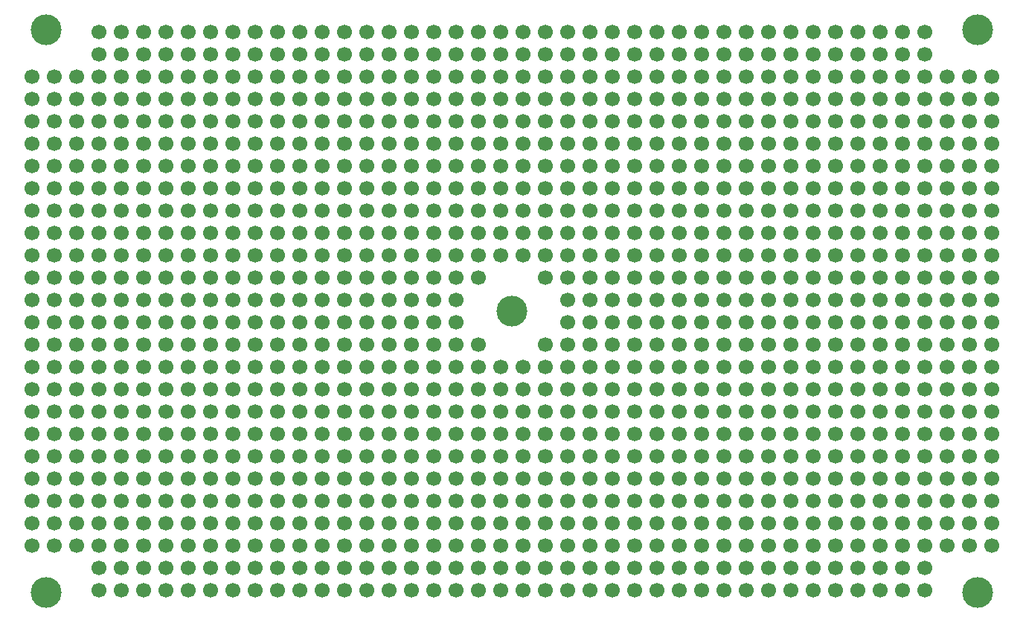
<source format=gbr>
%TF.GenerationSoftware,KiCad,Pcbnew,7.0.11+dfsg-1build4*%
%TF.CreationDate,2025-10-15T20:37:07-05:00*%
%TF.ProjectId,mcu-proto-115x70mm,6d63752d-7072-46f7-946f-2d3131357837,rev?*%
%TF.SameCoordinates,Original*%
%TF.FileFunction,Soldermask,Top*%
%TF.FilePolarity,Negative*%
%FSLAX46Y46*%
G04 Gerber Fmt 4.6, Leading zero omitted, Abs format (unit mm)*
G04 Created by KiCad (PCBNEW 7.0.11+dfsg-1build4) date 2025-10-15 20:37:07*
%MOMM*%
%LPD*%
G01*
G04 APERTURE LIST*
%ADD10C,1.700000*%
%ADD11C,3.500000*%
G04 APERTURE END LIST*
D10*
%TO.C,REF\u002A\u002A1032*%
X184170000Y-111670000D03*
%TD*%
%TO.C,REF\u002A\u002A350*%
X128290000Y-73570000D03*
%TD*%
%TO.C,REF\u002A\u002A926*%
X138450000Y-106590000D03*
%TD*%
%TO.C,REF\u002A\u002A513*%
X207030000Y-81190000D03*
%TD*%
%TO.C,REF\u002A\u002A216*%
X123210000Y-65950000D03*
%TD*%
%TO.C,REF\u002A\u002A1057*%
X135910000Y-114210000D03*
%TD*%
%TO.C,REF\u002A\u002A755*%
X151150000Y-96430000D03*
%TD*%
%TO.C,REF\u002A\u002A156*%
X194330000Y-60870000D03*
%TD*%
%TO.C,REF\u002A\u002A767*%
X181630000Y-96430000D03*
%TD*%
%TO.C,REF\u002A\u002A85*%
X125750000Y-58330000D03*
%TD*%
%TO.C,REF\u002A\u002A679*%
X181630000Y-91350000D03*
%TD*%
%TO.C,REF\u002A\u002A434*%
X118130000Y-78650000D03*
%TD*%
%TO.C,REF\u002A\u002A418*%
X189250000Y-76110000D03*
%TD*%
%TO.C,REF\u002A\u002A472*%
X102890000Y-81190000D03*
%TD*%
%TO.C,REF\u002A\u002A1093*%
X115590000Y-116750000D03*
%TD*%
%TO.C,REF\u002A\u002A90*%
X138450000Y-58330000D03*
%TD*%
%TO.C,REF\u002A\u002A699*%
X120670000Y-93890000D03*
%TD*%
%TO.C,REF\u002A\u002A1030*%
X179090000Y-111670000D03*
%TD*%
%TO.C,REF\u002A\u002A217*%
X125750000Y-65950000D03*
%TD*%
%TO.C,REF\u002A\u002A122*%
X107970000Y-60870000D03*
%TD*%
%TO.C,REF\u002A\u002A1020*%
X153690000Y-111670000D03*
%TD*%
%TO.C,REF\u002A\u002A735*%
X212110000Y-93890000D03*
%TD*%
%TO.C,REF\u002A\u002A727*%
X191790000Y-93890000D03*
%TD*%
%TO.C,REF\u002A\u002A272*%
X153690000Y-68490000D03*
%TD*%
%TO.C,REF\u002A\u002A1047*%
X110510000Y-114210000D03*
%TD*%
%TO.C,REF\u002A\u002A882*%
X138450000Y-104050000D03*
%TD*%
%TO.C,REF\u002A\u002A315*%
X151150000Y-71030000D03*
%TD*%
%TO.C,REF\u002A\u002A705*%
X135910000Y-93890000D03*
%TD*%
%TO.C,REF\u002A\u002A479*%
X120670000Y-81190000D03*
%TD*%
%TO.C,REF\u002A\u002A1124*%
X194330000Y-116750000D03*
%TD*%
%TO.C,REF\u002A\u002A124*%
X113050000Y-60870000D03*
%TD*%
%TO.C,REF\u002A\u002A745*%
X125750000Y-96430000D03*
%TD*%
%TO.C,REF\u002A\u002A376*%
X194330000Y-73570000D03*
%TD*%
%TO.C,REF\u002A\u002A1094*%
X118130000Y-116750000D03*
%TD*%
%TO.C,REF\u002A\u002A54*%
X148610000Y-55790000D03*
%TD*%
%TO.C,REF\u002A\u002A672*%
X163850000Y-91350000D03*
%TD*%
%TO.C,REF\u002A\u002A608*%
X113050000Y-88810000D03*
%TD*%
%TO.C,REF\u002A\u002A296*%
X102890000Y-71030000D03*
%TD*%
%TO.C,REF\u002A\u002A314*%
X148610000Y-71030000D03*
%TD*%
%TO.C,REF\u002A\u002A129*%
X125750000Y-60870000D03*
%TD*%
%TO.C,REF\u002A\u002A834*%
X128290000Y-101510000D03*
%TD*%
%TO.C,REF\u002A\u002A1055*%
X130830000Y-114210000D03*
%TD*%
%TO.C,REF\u002A\u002A552*%
X194330000Y-83730000D03*
%TD*%
%TO.C,REF\u002A\u002A930*%
X148610000Y-106590000D03*
%TD*%
%TO.C,REF\u002A\u002A1074*%
X179090000Y-114210000D03*
%TD*%
%TO.C,REF\u002A\u002A924*%
X133370000Y-106590000D03*
%TD*%
%TO.C,REF\u002A\u002A157*%
X196870000Y-60870000D03*
%TD*%
%TO.C,REF\u002A\u002A474*%
X107970000Y-81190000D03*
%TD*%
%TO.C,REF\u002A\u002A489*%
X146070000Y-81190000D03*
%TD*%
%TO.C,REF\u002A\u002A421*%
X196870000Y-76110000D03*
%TD*%
%TO.C,REF\u002A\u002A669*%
X156230000Y-91350000D03*
%TD*%
%TO.C,REF\u002A\u002A752*%
X143530000Y-96430000D03*
%TD*%
%TO.C,REF\u002A\u002A811*%
X181630000Y-98970000D03*
%TD*%
%TO.C,REF\u002A\u002A675*%
X171470000Y-91350000D03*
%TD*%
%TO.C,REF\u002A\u002A600*%
X204490000Y-86270000D03*
%TD*%
%TO.C,REF\u002A\u002A1080*%
X194330000Y-114210000D03*
%TD*%
%TO.C,REF\u002A\u002A1100*%
X133370000Y-116750000D03*
%TD*%
%TO.C,REF\u002A\u002A13*%
X146070000Y-53250000D03*
%TD*%
%TO.C,REF\u002A\u002A453*%
X166390000Y-78650000D03*
%TD*%
%TO.C,REF\u002A\u002A1000*%
X102890000Y-111670000D03*
%TD*%
%TO.C,REF\u002A\u002A1043*%
X212110000Y-111670000D03*
%TD*%
%TO.C,REF\u002A\u002A867*%
X212110000Y-101510000D03*
%TD*%
%TO.C,REF\u002A\u002A290*%
X199410000Y-68490000D03*
%TD*%
%TO.C,REF\u002A\u002A590*%
X179090000Y-86270000D03*
%TD*%
%TO.C,REF\u002A\u002A707*%
X140990000Y-93890000D03*
%TD*%
%TO.C,REF\u002A\u002A259*%
X120670000Y-68490000D03*
%TD*%
%TO.C,REF\u002A\u002A367*%
X171470000Y-73570000D03*
%TD*%
%TO.C,REF\u002A\u002A304*%
X123210000Y-71030000D03*
%TD*%
%TO.C,REF\u002A\u002A203*%
X201950000Y-63410000D03*
%TD*%
%TO.C,REF\u002A\u002A578*%
X148610000Y-86270000D03*
%TD*%
%TO.C,REF\u002A\u002A229*%
X156230000Y-65950000D03*
%TD*%
%TO.C,REF\u002A\u002A933*%
X156230000Y-106590000D03*
%TD*%
%TO.C,REF\u002A\u002A545*%
X176550000Y-83730000D03*
%TD*%
%TO.C,REF\u002A\u002A394*%
X128290000Y-76110000D03*
%TD*%
%TO.C,REF\u002A\u002A870*%
X107970000Y-104050000D03*
%TD*%
%TO.C,REF\u002A\u002A128*%
X123210000Y-60870000D03*
%TD*%
%TO.C,REF\u002A\u002A502*%
X179090000Y-81190000D03*
%TD*%
%TO.C,REF\u002A\u002A990*%
X189250000Y-109130000D03*
%TD*%
%TO.C,REF\u002A\u002A726*%
X189250000Y-93890000D03*
%TD*%
%TO.C,REF\u002A\u002A383*%
X212110000Y-73570000D03*
%TD*%
%TO.C,REF\u002A\u002A674*%
X168930000Y-91350000D03*
%TD*%
%TO.C,REF\u002A\u002A465*%
X196870000Y-78650000D03*
%TD*%
%TO.C,REF\u002A\u002A670*%
X158770000Y-91350000D03*
%TD*%
%TO.C,REF\u002A\u002A830*%
X118130000Y-101510000D03*
%TD*%
%TO.C,REF\u002A\u002A663*%
X140990000Y-91350000D03*
%TD*%
%TO.C,REF\u002A\u002A704*%
X133370000Y-93890000D03*
%TD*%
%TO.C,REF\u002A\u002A684*%
X194330000Y-91350000D03*
%TD*%
%TO.C,REF\u002A\u002A996*%
X204490000Y-109130000D03*
%TD*%
%TO.C,REF\u002A\u002A523*%
X120670000Y-83730000D03*
%TD*%
%TO.C,REF\u002A\u002A945*%
X186710000Y-106590000D03*
%TD*%
%TO.C,REF\u002A\u002A250*%
X209570000Y-65950000D03*
%TD*%
%TO.C,REF\u002A\u002A120*%
X102890000Y-60870000D03*
%TD*%
%TO.C,REF\u002A\u002A370*%
X179090000Y-73570000D03*
%TD*%
%TO.C,REF\u002A\u002A1112*%
X163850000Y-116750000D03*
%TD*%
%TO.C,REF\u002A\u002A970*%
X138450000Y-109130000D03*
%TD*%
%TO.C,REF\u002A\u002A561*%
X105430000Y-86270000D03*
%TD*%
%TO.C,REF\u002A\u002A636*%
X184170000Y-88810000D03*
%TD*%
%TO.C,REF\u002A\u002A836*%
X133370000Y-101510000D03*
%TD*%
%TO.C,REF\u002A\u002A760*%
X163850000Y-96430000D03*
%TD*%
%TO.C,REF\u002A\u002A848*%
X163850000Y-101510000D03*
%TD*%
%TO.C,REF\u002A\u002A433*%
X115590000Y-78650000D03*
%TD*%
%TO.C,REF\u002A\u002A773*%
X196870000Y-96430000D03*
%TD*%
%TO.C,REF\u002A\u002A715*%
X161310000Y-93890000D03*
%TD*%
%TO.C,REF\u002A\u002A374*%
X189250000Y-73570000D03*
%TD*%
%TO.C,REF\u002A\u002A614*%
X128290000Y-88810000D03*
%TD*%
%TO.C,REF\u002A\u002A143*%
X161310000Y-60870000D03*
%TD*%
%TO.C,REF\u002A\u002A676*%
X174010000Y-91350000D03*
%TD*%
%TO.C,REF\u002A\u002A722*%
X179090000Y-93890000D03*
%TD*%
%TO.C,REF\u002A\u002A1049*%
X115590000Y-114210000D03*
%TD*%
%TO.C,REF\u002A\u002A584*%
X163850000Y-86270000D03*
%TD*%
%TO.C,REF\u002A\u002A102*%
X168930000Y-58330000D03*
%TD*%
%TO.C,REF\u002A\u002A997*%
X207030000Y-109130000D03*
%TD*%
%TO.C,REF\u002A\u002A151*%
X181630000Y-60870000D03*
%TD*%
%TO.C,REF\u002A\u002A785*%
X115590000Y-98970000D03*
%TD*%
%TO.C,REF\u002A\u002A140*%
X153690000Y-60870000D03*
%TD*%
%TO.C,REF\u002A\u002A311*%
X140990000Y-71030000D03*
%TD*%
%TO.C,REF\u002A\u002A540*%
X163850000Y-83730000D03*
%TD*%
%TO.C,REF\u002A\u002A732*%
X204490000Y-93890000D03*
%TD*%
%TO.C,REF\u002A\u002A332*%
X194330000Y-71030000D03*
%TD*%
%TO.C,REF\u002A\u002A144*%
X163850000Y-60870000D03*
%TD*%
%TO.C,REF\u002A\u002A306*%
X128290000Y-71030000D03*
%TD*%
%TO.C,REF\u002A\u002A803*%
X161310000Y-98970000D03*
%TD*%
%TO.C,REF\u002A\u002A607*%
X110510000Y-88810000D03*
%TD*%
%TO.C,REF\u002A\u002A723*%
X181630000Y-93890000D03*
%TD*%
%TO.C,REF\u002A\u002A56*%
X153690000Y-55790000D03*
%TD*%
%TO.C,REF\u002A\u002A393*%
X125750000Y-76110000D03*
%TD*%
%TO.C,REF\u002A\u002A60*%
X163850000Y-55790000D03*
%TD*%
%TO.C,REF\u002A\u002A648*%
X102890000Y-91350000D03*
%TD*%
%TO.C,REF\u002A\u002A357*%
X146070000Y-73570000D03*
%TD*%
%TO.C,REF\u002A\u002A629*%
X166390000Y-88810000D03*
%TD*%
%TO.C,REF\u002A\u002A896*%
X174010000Y-104050000D03*
%TD*%
%TO.C,REF\u002A\u002A352*%
X133370000Y-73570000D03*
%TD*%
%TO.C,REF\u002A\u002A907*%
X201950000Y-104050000D03*
%TD*%
%TO.C,REF\u002A\u002A585*%
X166390000Y-86270000D03*
%TD*%
%TO.C,REF\u002A\u002A1035*%
X191790000Y-111670000D03*
%TD*%
%TO.C,REF\u002A\u002A596*%
X194330000Y-86270000D03*
%TD*%
%TO.C,REF\u002A\u002A897*%
X176550000Y-104050000D03*
%TD*%
%TO.C,REF\u002A\u002A605*%
X105430000Y-88810000D03*
%TD*%
%TO.C,REF\u002A\u002A728*%
X194330000Y-93890000D03*
%TD*%
%TO.C,REF\u002A\u002A1021*%
X156230000Y-111670000D03*
%TD*%
%TO.C,REF\u002A\u002A1062*%
X148610000Y-114210000D03*
%TD*%
%TO.C,REF\u002A\u002A487*%
X140990000Y-81190000D03*
%TD*%
%TO.C,REF\u002A\u002A25*%
X176550000Y-53250000D03*
%TD*%
%TO.C,REF\u002A\u002A962*%
X118130000Y-109130000D03*
%TD*%
%TO.C,REF\u002A\u002A286*%
X189250000Y-68490000D03*
%TD*%
%TO.C,REF\u002A\u002A488*%
X143530000Y-81190000D03*
%TD*%
%TO.C,REF\u002A\u002A838*%
X138450000Y-101510000D03*
%TD*%
%TO.C,REF\u002A\u002A397*%
X135910000Y-76110000D03*
%TD*%
%TO.C,REF\u002A\u002A2*%
X118130000Y-53250000D03*
%TD*%
%TO.C,REF\u002A\u002A721*%
X176550000Y-93890000D03*
%TD*%
%TO.C,REF\u002A\u002A792*%
X133370000Y-98970000D03*
%TD*%
%TO.C,REF\u002A\u002A242*%
X189250000Y-65950000D03*
%TD*%
%TO.C,REF\u002A\u002A299*%
X110510000Y-71030000D03*
%TD*%
%TO.C,REF\u002A\u002A251*%
X212110000Y-65950000D03*
%TD*%
%TO.C,REF\u002A\u002A683*%
X191790000Y-91350000D03*
%TD*%
%TO.C,REF\u002A\u002A342*%
X107970000Y-73570000D03*
%TD*%
%TO.C,REF\u002A\u002A446*%
X148610000Y-78650000D03*
%TD*%
%TO.C,REF\u002A\u002A5*%
X125750000Y-53250000D03*
%TD*%
%TO.C,REF\u002A\u002A431*%
X110510000Y-78650000D03*
%TD*%
%TO.C,REF\u002A\u002A671*%
X161310000Y-91350000D03*
%TD*%
%TO.C,REF\u002A\u002A961*%
X115590000Y-109130000D03*
%TD*%
%TO.C,REF\u002A\u002A234*%
X168930000Y-65950000D03*
%TD*%
%TO.C,REF\u002A\u002A258*%
X118130000Y-68490000D03*
%TD*%
%TO.C,REF\u002A\u002A631*%
X171470000Y-88810000D03*
%TD*%
%TO.C,REF\u002A\u002A221*%
X135910000Y-65950000D03*
%TD*%
%TO.C,REF\u002A\u002A361*%
X156230000Y-73570000D03*
%TD*%
%TO.C,REF\u002A\u002A969*%
X135910000Y-109130000D03*
%TD*%
%TO.C,REF\u002A\u002A983*%
X171470000Y-109130000D03*
%TD*%
%TO.C,REF\u002A\u002A68*%
X184170000Y-55790000D03*
%TD*%
%TO.C,REF\u002A\u002A963*%
X120670000Y-109130000D03*
%TD*%
%TO.C,REF\u002A\u002A402*%
X148610000Y-76110000D03*
%TD*%
%TO.C,REF\u002A\u002A396*%
X133370000Y-76110000D03*
%TD*%
%TO.C,REF\u002A\u002A21*%
X166390000Y-53250000D03*
%TD*%
%TO.C,REF\u002A\u002A869*%
X105430000Y-104050000D03*
%TD*%
%TO.C,REF\u002A\u002A505*%
X186710000Y-81190000D03*
%TD*%
%TO.C,REF\u002A\u002A470*%
X209570000Y-78650000D03*
%TD*%
D11*
%TO.C,REF\u002A\u002A*%
X104500000Y-117000000D03*
%TD*%
D10*
%TO.C,REF\u002A\u002A246*%
X199410000Y-65950000D03*
%TD*%
%TO.C,REF\u002A\u002A400*%
X143530000Y-76110000D03*
%TD*%
%TO.C,REF\u002A\u002A36*%
X204490000Y-53250000D03*
%TD*%
%TO.C,REF\u002A\u002A19*%
X161310000Y-53250000D03*
%TD*%
%TO.C,REF\u002A\u002A1084*%
X204490000Y-114210000D03*
%TD*%
%TO.C,REF\u002A\u002A543*%
X171470000Y-83730000D03*
%TD*%
%TO.C,REF\u002A\u002A612*%
X123210000Y-88810000D03*
%TD*%
%TO.C,REF\u002A\u002A197*%
X186710000Y-63410000D03*
%TD*%
%TO.C,REF\u002A\u002A528*%
X133370000Y-83730000D03*
%TD*%
%TO.C,REF\u002A\u002A345*%
X115590000Y-73570000D03*
%TD*%
%TO.C,REF\u002A\u002A1007*%
X120670000Y-111670000D03*
%TD*%
%TO.C,REF\u002A\u002A166*%
X107970000Y-63410000D03*
%TD*%
%TO.C,REF\u002A\u002A191*%
X171470000Y-63410000D03*
%TD*%
%TO.C,REF\u002A\u002A145*%
X166390000Y-60870000D03*
%TD*%
%TO.C,REF\u002A\u002A1036*%
X194330000Y-111670000D03*
%TD*%
%TO.C,REF\u002A\u002A413*%
X176550000Y-76110000D03*
%TD*%
%TO.C,REF\u002A\u002A770*%
X189250000Y-96430000D03*
%TD*%
%TO.C,REF\u002A\u002A575*%
X140990000Y-86270000D03*
%TD*%
%TO.C,REF\u002A\u002A901*%
X186710000Y-104050000D03*
%TD*%
%TO.C,REF\u002A\u002A1118*%
X179090000Y-116750000D03*
%TD*%
%TO.C,REF\u002A\u002A519*%
X110510000Y-83730000D03*
%TD*%
%TO.C,REF\u002A\u002A387*%
X110510000Y-76110000D03*
%TD*%
%TO.C,REF\u002A\u002A1031*%
X181630000Y-111670000D03*
%TD*%
%TO.C,REF\u002A\u002A710*%
X148610000Y-93890000D03*
%TD*%
%TO.C,REF\u002A\u002A278*%
X168930000Y-68490000D03*
%TD*%
%TO.C,REF\u002A\u002A651*%
X110510000Y-91350000D03*
%TD*%
%TO.C,REF\u002A\u002A281*%
X176550000Y-68490000D03*
%TD*%
%TO.C,REF\u002A\u002A307*%
X130830000Y-71030000D03*
%TD*%
D11*
%TO.C,REF\u002A\u002A*%
X157500000Y-85000000D03*
%TD*%
D10*
%TO.C,REF\u002A\u002A789*%
X125750000Y-98970000D03*
%TD*%
%TO.C,REF\u002A\u002A883*%
X140990000Y-104050000D03*
%TD*%
%TO.C,REF\u002A\u002A22*%
X168930000Y-53250000D03*
%TD*%
%TO.C,REF\u002A\u002A283*%
X181630000Y-68490000D03*
%TD*%
%TO.C,REF\u002A\u002A187*%
X161310000Y-63410000D03*
%TD*%
%TO.C,REF\u002A\u002A265*%
X135910000Y-68490000D03*
%TD*%
%TO.C,REF\u002A\u002A601*%
X207030000Y-86270000D03*
%TD*%
%TO.C,REF\u002A\u002A1127*%
X201950000Y-116750000D03*
%TD*%
%TO.C,REF\u002A\u002A861*%
X196870000Y-101510000D03*
%TD*%
%TO.C,REF\u002A\u002A362*%
X158770000Y-73570000D03*
%TD*%
%TO.C,REF\u002A\u002A1010*%
X128290000Y-111670000D03*
%TD*%
%TO.C,REF\u002A\u002A366*%
X168930000Y-73570000D03*
%TD*%
%TO.C,REF\u002A\u002A62*%
X168930000Y-55790000D03*
%TD*%
%TO.C,REF\u002A\u002A409*%
X166390000Y-76110000D03*
%TD*%
%TO.C,REF\u002A\u002A260*%
X123210000Y-68490000D03*
%TD*%
%TO.C,REF\u002A\u002A701*%
X125750000Y-93890000D03*
%TD*%
%TO.C,REF\u002A\u002A333*%
X196870000Y-71030000D03*
%TD*%
%TO.C,REF\u002A\u002A742*%
X118130000Y-96430000D03*
%TD*%
%TO.C,REF\u002A\u002A295*%
X212110000Y-68490000D03*
%TD*%
%TO.C,REF\u002A\u002A223*%
X140990000Y-65950000D03*
%TD*%
%TO.C,REF\u002A\u002A268*%
X143530000Y-68490000D03*
%TD*%
%TO.C,REF\u002A\u002A696*%
X113050000Y-93890000D03*
%TD*%
%TO.C,REF\u002A\u002A344*%
X113050000Y-73570000D03*
%TD*%
%TO.C,REF\u002A\u002A316*%
X153690000Y-71030000D03*
%TD*%
%TO.C,REF\u002A\u002A610*%
X118130000Y-88810000D03*
%TD*%
%TO.C,REF\u002A\u002A948*%
X194330000Y-106590000D03*
%TD*%
%TO.C,REF\u002A\u002A717*%
X166390000Y-93890000D03*
%TD*%
%TO.C,REF\u002A\u002A709*%
X146070000Y-93890000D03*
%TD*%
%TO.C,REF\u002A\u002A998*%
X209570000Y-109130000D03*
%TD*%
%TO.C,REF\u002A\u002A940*%
X174010000Y-106590000D03*
%TD*%
%TO.C,REF\u002A\u002A285*%
X186710000Y-68490000D03*
%TD*%
%TO.C,REF\u002A\u002A593*%
X186710000Y-86270000D03*
%TD*%
%TO.C,REF\u002A\u002A224*%
X143530000Y-65950000D03*
%TD*%
%TO.C,REF\u002A\u002A641*%
X196870000Y-88810000D03*
%TD*%
%TO.C,REF\u002A\u002A775*%
X201950000Y-96430000D03*
%TD*%
%TO.C,REF\u002A\u002A624*%
X153690000Y-88810000D03*
%TD*%
%TO.C,REF\u002A\u002A469*%
X207030000Y-78650000D03*
%TD*%
%TO.C,REF\u002A\u002A560*%
X102890000Y-86270000D03*
%TD*%
%TO.C,REF\u002A\u002A43*%
X120670000Y-55790000D03*
%TD*%
%TO.C,REF\u002A\u002A1073*%
X176550000Y-114210000D03*
%TD*%
%TO.C,REF\u002A\u002A12*%
X143530000Y-53250000D03*
%TD*%
%TO.C,REF\u002A\u002A647*%
X212110000Y-88810000D03*
%TD*%
%TO.C,REF\u002A\u002A527*%
X130830000Y-83730000D03*
%TD*%
%TO.C,REF\u002A\u002A168*%
X113050000Y-63410000D03*
%TD*%
D11*
%TO.C,REF\u002A\u002A*%
X210500000Y-117000000D03*
%TD*%
D10*
%TO.C,REF\u002A\u002A164*%
X102890000Y-63410000D03*
%TD*%
%TO.C,REF\u002A\u002A905*%
X196870000Y-104050000D03*
%TD*%
%TO.C,REF\u002A\u002A298*%
X107970000Y-71030000D03*
%TD*%
%TO.C,REF\u002A\u002A594*%
X189250000Y-86270000D03*
%TD*%
%TO.C,REF\u002A\u002A108*%
X184170000Y-58330000D03*
%TD*%
%TO.C,REF\u002A\u002A844*%
X153690000Y-101510000D03*
%TD*%
%TO.C,REF\u002A\u002A1059*%
X140990000Y-114210000D03*
%TD*%
%TO.C,REF\u002A\u002A138*%
X148610000Y-60870000D03*
%TD*%
%TO.C,REF\u002A\u002A232*%
X163850000Y-65950000D03*
%TD*%
%TO.C,REF\u002A\u002A978*%
X158770000Y-109130000D03*
%TD*%
%TO.C,REF\u002A\u002A113*%
X196870000Y-58330000D03*
%TD*%
%TO.C,REF\u002A\u002A697*%
X115590000Y-93890000D03*
%TD*%
%TO.C,REF\u002A\u002A225*%
X146070000Y-65950000D03*
%TD*%
%TO.C,REF\u002A\u002A857*%
X186710000Y-101510000D03*
%TD*%
%TO.C,REF\u002A\u002A777*%
X207030000Y-96430000D03*
%TD*%
%TO.C,REF\u002A\u002A423*%
X201950000Y-76110000D03*
%TD*%
%TO.C,REF\u002A\u002A399*%
X140990000Y-76110000D03*
%TD*%
%TO.C,REF\u002A\u002A1117*%
X176550000Y-116750000D03*
%TD*%
%TO.C,REF\u002A\u002A*%
X110510000Y-53250000D03*
%TD*%
%TO.C,REF\u002A\u002A796*%
X143530000Y-98970000D03*
%TD*%
%TO.C,REF\u002A\u002A852*%
X174010000Y-101510000D03*
%TD*%
%TO.C,REF\u002A\u002A1054*%
X128290000Y-114210000D03*
%TD*%
%TO.C,REF\u002A\u002A211*%
X110510000Y-65950000D03*
%TD*%
%TO.C,REF\u002A\u002A1113*%
X166390000Y-116750000D03*
%TD*%
%TO.C,REF\u002A\u002A514*%
X209570000Y-81190000D03*
%TD*%
%TO.C,REF\u002A\u002A687*%
X201950000Y-91350000D03*
%TD*%
%TO.C,REF\u002A\u002A149*%
X176550000Y-60870000D03*
%TD*%
%TO.C,REF\u002A\u002A866*%
X209570000Y-101510000D03*
%TD*%
%TO.C,REF\u002A\u002A207*%
X212110000Y-63410000D03*
%TD*%
%TO.C,REF\u002A\u002A957*%
X105430000Y-109130000D03*
%TD*%
%TO.C,REF\u002A\u002A553*%
X196870000Y-83730000D03*
%TD*%
%TO.C,REF\u002A\u002A1023*%
X161310000Y-111670000D03*
%TD*%
%TO.C,REF\u002A\u002A1029*%
X176550000Y-111670000D03*
%TD*%
%TO.C,REF\u002A\u002A182*%
X148610000Y-63410000D03*
%TD*%
%TO.C,REF\u002A\u002A800*%
X153690000Y-98970000D03*
%TD*%
%TO.C,REF\u002A\u002A363*%
X161310000Y-73570000D03*
%TD*%
%TO.C,REF\u002A\u002A178*%
X138450000Y-63410000D03*
%TD*%
%TO.C,REF\u002A\u002A550*%
X189250000Y-83730000D03*
%TD*%
%TO.C,REF\u002A\u002A1107*%
X151150000Y-116750000D03*
%TD*%
%TO.C,REF\u002A\u002A57*%
X156230000Y-55790000D03*
%TD*%
%TO.C,REF\u002A\u002A165*%
X105430000Y-63410000D03*
%TD*%
%TO.C,REF\u002A\u002A774*%
X199410000Y-96430000D03*
%TD*%
%TO.C,REF\u002A\u002A806*%
X168930000Y-98970000D03*
%TD*%
%TO.C,REF\u002A\u002A121*%
X105430000Y-60870000D03*
%TD*%
%TO.C,REF\u002A\u002A111*%
X191790000Y-58330000D03*
%TD*%
%TO.C,REF\u002A\u002A953*%
X207030000Y-106590000D03*
%TD*%
%TO.C,REF\u002A\u002A126*%
X118130000Y-60870000D03*
%TD*%
%TO.C,REF\u002A\u002A1075*%
X181630000Y-114210000D03*
%TD*%
%TO.C,REF\u002A\u002A743*%
X120670000Y-96430000D03*
%TD*%
%TO.C,REF\u002A\u002A649*%
X105430000Y-91350000D03*
%TD*%
%TO.C,REF\u002A\u002A331*%
X191790000Y-71030000D03*
%TD*%
%TO.C,REF\u002A\u002A422*%
X199410000Y-76110000D03*
%TD*%
%TO.C,REF\u002A\u002A174*%
X128290000Y-63410000D03*
%TD*%
%TO.C,REF\u002A\u002A107*%
X181630000Y-58330000D03*
%TD*%
%TO.C,REF\u002A\u002A765*%
X176550000Y-96430000D03*
%TD*%
%TO.C,REF\u002A\u002A87*%
X130830000Y-58330000D03*
%TD*%
%TO.C,REF\u002A\u002A927*%
X140990000Y-106590000D03*
%TD*%
%TO.C,REF\u002A\u002A769*%
X186710000Y-96430000D03*
%TD*%
%TO.C,REF\u002A\u002A1009*%
X125750000Y-111670000D03*
%TD*%
%TO.C,REF\u002A\u002A635*%
X181630000Y-88810000D03*
%TD*%
%TO.C,REF\u002A\u002A455*%
X171470000Y-78650000D03*
%TD*%
%TO.C,REF\u002A\u002A460*%
X184170000Y-78650000D03*
%TD*%
%TO.C,REF\u002A\u002A11*%
X140990000Y-53250000D03*
%TD*%
%TO.C,REF\u002A\u002A591*%
X181630000Y-86270000D03*
%TD*%
%TO.C,REF\u002A\u002A980*%
X163850000Y-109130000D03*
%TD*%
%TO.C,REF\u002A\u002A1103*%
X140990000Y-116750000D03*
%TD*%
%TO.C,REF\u002A\u002A712*%
X153690000Y-93890000D03*
%TD*%
%TO.C,REF\u002A\u002A939*%
X171470000Y-106590000D03*
%TD*%
%TO.C,REF\u002A\u002A837*%
X135910000Y-101510000D03*
%TD*%
%TO.C,REF\u002A\u002A569*%
X125750000Y-86270000D03*
%TD*%
%TO.C,REF\u002A\u002A353*%
X135910000Y-73570000D03*
%TD*%
%TO.C,REF\u002A\u002A142*%
X158770000Y-60870000D03*
%TD*%
%TO.C,REF\u002A\u002A475*%
X110510000Y-81190000D03*
%TD*%
%TO.C,REF\u002A\u002A320*%
X163850000Y-71030000D03*
%TD*%
%TO.C,REF\u002A\u002A334*%
X199410000Y-71030000D03*
%TD*%
%TO.C,REF\u002A\u002A554*%
X199410000Y-83730000D03*
%TD*%
D11*
%TO.C,REF\u002A\u002A*%
X210500000Y-53000000D03*
%TD*%
D10*
%TO.C,REF\u002A\u002A340*%
X102890000Y-73570000D03*
%TD*%
%TO.C,REF\u002A\u002A83*%
X120670000Y-58330000D03*
%TD*%
%TO.C,REF\u002A\u002A253*%
X105430000Y-68490000D03*
%TD*%
%TO.C,REF\u002A\u002A689*%
X207030000Y-91350000D03*
%TD*%
%TO.C,REF\u002A\u002A966*%
X128290000Y-109130000D03*
%TD*%
%TO.C,REF\u002A\u002A616*%
X133370000Y-88810000D03*
%TD*%
%TO.C,REF\u002A\u002A758*%
X158770000Y-96430000D03*
%TD*%
%TO.C,REF\u002A\u002A894*%
X168930000Y-104050000D03*
%TD*%
%TO.C,REF\u002A\u002A236*%
X174010000Y-65950000D03*
%TD*%
%TO.C,REF\u002A\u002A31*%
X191790000Y-53250000D03*
%TD*%
%TO.C,REF\u002A\u002A82*%
X118130000Y-58330000D03*
%TD*%
%TO.C,REF\u002A\u002A911*%
X212110000Y-104050000D03*
%TD*%
%TO.C,REF\u002A\u002A733*%
X207030000Y-93890000D03*
%TD*%
%TO.C,REF\u002A\u002A75*%
X201950000Y-55790000D03*
%TD*%
%TO.C,REF\u002A\u002A412*%
X174010000Y-76110000D03*
%TD*%
%TO.C,REF\u002A\u002A33*%
X196870000Y-53250000D03*
%TD*%
%TO.C,REF\u002A\u002A365*%
X166390000Y-73570000D03*
%TD*%
%TO.C,REF\u002A\u002A1121*%
X186710000Y-116750000D03*
%TD*%
%TO.C,REF\u002A\u002A241*%
X186710000Y-65950000D03*
%TD*%
%TO.C,REF\u002A\u002A816*%
X194330000Y-98970000D03*
%TD*%
%TO.C,REF\u002A\u002A318*%
X158770000Y-71030000D03*
%TD*%
%TO.C,REF\u002A\u002A337*%
X207030000Y-71030000D03*
%TD*%
%TO.C,REF\u002A\u002A15*%
X151150000Y-53250000D03*
%TD*%
%TO.C,REF\u002A\u002A776*%
X204490000Y-96430000D03*
%TD*%
%TO.C,REF\u002A\u002A659*%
X130830000Y-91350000D03*
%TD*%
%TO.C,REF\u002A\u002A881*%
X135910000Y-104050000D03*
%TD*%
%TO.C,REF\u002A\u002A642*%
X199410000Y-88810000D03*
%TD*%
%TO.C,REF\u002A\u002A161*%
X207030000Y-60870000D03*
%TD*%
%TO.C,REF\u002A\u002A985*%
X176550000Y-109130000D03*
%TD*%
%TO.C,REF\u002A\u002A598*%
X199410000Y-86270000D03*
%TD*%
%TO.C,REF\u002A\u002A95*%
X151150000Y-58330000D03*
%TD*%
%TO.C,REF\u002A\u002A518*%
X107970000Y-83730000D03*
%TD*%
%TO.C,REF\u002A\u002A8*%
X133370000Y-53250000D03*
%TD*%
%TO.C,REF\u002A\u002A312*%
X143530000Y-71030000D03*
%TD*%
%TO.C,REF\u002A\u002A618*%
X138450000Y-88810000D03*
%TD*%
%TO.C,REF\u002A\u002A117*%
X207030000Y-58330000D03*
%TD*%
%TO.C,REF\u002A\u002A452*%
X163850000Y-78650000D03*
%TD*%
%TO.C,REF\u002A\u002A685*%
X196870000Y-91350000D03*
%TD*%
%TO.C,REF\u002A\u002A459*%
X181630000Y-78650000D03*
%TD*%
%TO.C,REF\u002A\u002A754*%
X148610000Y-96430000D03*
%TD*%
%TO.C,REF\u002A\u002A106*%
X179090000Y-58330000D03*
%TD*%
%TO.C,REF\u002A\u002A407*%
X161310000Y-76110000D03*
%TD*%
%TO.C,REF\u002A\u002A238*%
X179090000Y-65950000D03*
%TD*%
%TO.C,REF\u002A\u002A706*%
X138450000Y-93890000D03*
%TD*%
%TO.C,REF\u002A\u002A426*%
X209570000Y-76110000D03*
%TD*%
%TO.C,REF\u002A\u002A273*%
X156230000Y-68490000D03*
%TD*%
%TO.C,REF\u002A\u002A210*%
X107970000Y-65950000D03*
%TD*%
%TO.C,REF\u002A\u002A155*%
X191790000Y-60870000D03*
%TD*%
%TO.C,REF\u002A\u002A427*%
X212110000Y-76110000D03*
%TD*%
%TO.C,REF\u002A\u002A26*%
X179090000Y-53250000D03*
%TD*%
%TO.C,REF\u002A\u002A325*%
X176550000Y-71030000D03*
%TD*%
%TO.C,REF\u002A\u002A1038*%
X199410000Y-111670000D03*
%TD*%
%TO.C,REF\u002A\u002A1017*%
X146070000Y-111670000D03*
%TD*%
%TO.C,REF\u002A\u002A215*%
X120670000Y-65950000D03*
%TD*%
%TO.C,REF\u002A\u002A1056*%
X133370000Y-114210000D03*
%TD*%
%TO.C,REF\u002A\u002A574*%
X138450000Y-86270000D03*
%TD*%
%TO.C,REF\u002A\u002A35*%
X201950000Y-53250000D03*
%TD*%
%TO.C,REF\u002A\u002A439*%
X130830000Y-78650000D03*
%TD*%
%TO.C,REF\u002A\u002A458*%
X179090000Y-78650000D03*
%TD*%
%TO.C,REF\u002A\u002A994*%
X199410000Y-109130000D03*
%TD*%
%TO.C,REF\u002A\u002A377*%
X196870000Y-73570000D03*
%TD*%
%TO.C,REF\u002A\u002A176*%
X133370000Y-63410000D03*
%TD*%
%TO.C,REF\u002A\u002A904*%
X194330000Y-104050000D03*
%TD*%
%TO.C,REF\u002A\u002A740*%
X113050000Y-96430000D03*
%TD*%
%TO.C,REF\u002A\u002A853*%
X176550000Y-101510000D03*
%TD*%
%TO.C,REF\u002A\u002A918*%
X118130000Y-106590000D03*
%TD*%
%TO.C,REF\u002A\u002A204*%
X204490000Y-63410000D03*
%TD*%
%TO.C,REF\u002A\u002A424*%
X204490000Y-76110000D03*
%TD*%
%TO.C,REF\u002A\u002A903*%
X191790000Y-104050000D03*
%TD*%
%TO.C,REF\u002A\u002A1041*%
X207030000Y-111670000D03*
%TD*%
%TO.C,REF\u002A\u002A309*%
X135910000Y-71030000D03*
%TD*%
%TO.C,REF\u002A\u002A1081*%
X196870000Y-114210000D03*
%TD*%
%TO.C,REF\u002A\u002A201*%
X196870000Y-63410000D03*
%TD*%
%TO.C,REF\u002A\u002A657*%
X125750000Y-91350000D03*
%TD*%
%TO.C,REF\u002A\u002A1064*%
X153690000Y-114210000D03*
%TD*%
%TO.C,REF\u002A\u002A463*%
X191790000Y-78650000D03*
%TD*%
%TO.C,REF\u002A\u002A801*%
X156230000Y-98970000D03*
%TD*%
%TO.C,REF\u002A\u002A228*%
X153690000Y-65950000D03*
%TD*%
%TO.C,REF\u002A\u002A772*%
X194330000Y-96430000D03*
%TD*%
%TO.C,REF\u002A\u002A936*%
X163850000Y-106590000D03*
%TD*%
%TO.C,REF\u002A\u002A637*%
X186710000Y-88810000D03*
%TD*%
%TO.C,REF\u002A\u002A1082*%
X199410000Y-114210000D03*
%TD*%
%TO.C,REF\u002A\u002A1034*%
X189250000Y-111670000D03*
%TD*%
%TO.C,REF\u002A\u002A1123*%
X191790000Y-116750000D03*
%TD*%
%TO.C,REF\u002A\u002A162*%
X209570000Y-60870000D03*
%TD*%
%TO.C,REF\u002A\u002A72*%
X194330000Y-55790000D03*
%TD*%
%TO.C,REF\u002A\u002A294*%
X209570000Y-68490000D03*
%TD*%
%TO.C,REF\u002A\u002A506*%
X189250000Y-81190000D03*
%TD*%
%TO.C,REF\u002A\u002A119*%
X212110000Y-58330000D03*
%TD*%
%TO.C,REF\u002A\u002A588*%
X174010000Y-86270000D03*
%TD*%
%TO.C,REF\u002A\u002A547*%
X181630000Y-83730000D03*
%TD*%
%TO.C,REF\u002A\u002A300*%
X113050000Y-71030000D03*
%TD*%
%TO.C,REF\u002A\u002A447*%
X151150000Y-78650000D03*
%TD*%
%TO.C,REF\u002A\u002A952*%
X204490000Y-106590000D03*
%TD*%
%TO.C,REF\u002A\u002A558*%
X209570000Y-83730000D03*
%TD*%
%TO.C,REF\u002A\u002A288*%
X194330000Y-68490000D03*
%TD*%
%TO.C,REF\u002A\u002A199*%
X191790000Y-63410000D03*
%TD*%
%TO.C,REF\u002A\u002A150*%
X179090000Y-60870000D03*
%TD*%
%TO.C,REF\u002A\u002A464*%
X194330000Y-78650000D03*
%TD*%
%TO.C,REF\u002A\u002A824*%
X102890000Y-101510000D03*
%TD*%
%TO.C,REF\u002A\u002A46*%
X128290000Y-55790000D03*
%TD*%
%TO.C,REF\u002A\u002A495*%
X161310000Y-81190000D03*
%TD*%
%TO.C,REF\u002A\u002A274*%
X158770000Y-68490000D03*
%TD*%
%TO.C,REF\u002A\u002A512*%
X204490000Y-81190000D03*
%TD*%
%TO.C,REF\u002A\u002A212*%
X113050000Y-65950000D03*
%TD*%
%TO.C,REF\u002A\u002A382*%
X209570000Y-73570000D03*
%TD*%
%TO.C,REF\u002A\u002A18*%
X158770000Y-53250000D03*
%TD*%
%TO.C,REF\u002A\u002A61*%
X166390000Y-55790000D03*
%TD*%
%TO.C,REF\u002A\u002A395*%
X130830000Y-76110000D03*
%TD*%
%TO.C,REF\u002A\u002A840*%
X143530000Y-101510000D03*
%TD*%
%TO.C,REF\u002A\u002A477*%
X115590000Y-81190000D03*
%TD*%
%TO.C,REF\u002A\u002A89*%
X135910000Y-58330000D03*
%TD*%
%TO.C,REF\u002A\u002A555*%
X201950000Y-83730000D03*
%TD*%
%TO.C,REF\u002A\u002A532*%
X143530000Y-83730000D03*
%TD*%
%TO.C,REF\u002A\u002A443*%
X140990000Y-78650000D03*
%TD*%
%TO.C,REF\u002A\u002A136*%
X143530000Y-60870000D03*
%TD*%
%TO.C,REF\u002A\u002A694*%
X107970000Y-93890000D03*
%TD*%
%TO.C,REF\u002A\u002A937*%
X166390000Y-106590000D03*
%TD*%
%TO.C,REF\u002A\u002A209*%
X105430000Y-65950000D03*
%TD*%
%TO.C,REF\u002A\u002A879*%
X130830000Y-104050000D03*
%TD*%
%TO.C,REF\u002A\u002A276*%
X163850000Y-68490000D03*
%TD*%
%TO.C,REF\u002A\u002A570*%
X128290000Y-86270000D03*
%TD*%
%TO.C,REF\u002A\u002A420*%
X194330000Y-76110000D03*
%TD*%
%TO.C,REF\u002A\u002A1037*%
X196870000Y-111670000D03*
%TD*%
%TO.C,REF\u002A\u002A711*%
X151150000Y-93890000D03*
%TD*%
%TO.C,REF\u002A\u002A691*%
X212110000Y-91350000D03*
%TD*%
%TO.C,REF\u002A\u002A158*%
X199410000Y-60870000D03*
%TD*%
%TO.C,REF\u002A\u002A277*%
X166390000Y-68490000D03*
%TD*%
%TO.C,REF\u002A\u002A534*%
X148610000Y-83730000D03*
%TD*%
%TO.C,REF\u002A\u002A449*%
X156230000Y-78650000D03*
%TD*%
%TO.C,REF\u002A\u002A297*%
X105430000Y-71030000D03*
%TD*%
%TO.C,REF\u002A\u002A665*%
X146070000Y-91350000D03*
%TD*%
%TO.C,REF\u002A\u002A327*%
X181630000Y-71030000D03*
%TD*%
%TO.C,REF\u002A\u002A338*%
X209570000Y-71030000D03*
%TD*%
%TO.C,REF\u002A\u002A977*%
X156230000Y-109130000D03*
%TD*%
%TO.C,REF\u002A\u002A146*%
X168930000Y-60870000D03*
%TD*%
%TO.C,REF\u002A\u002A960*%
X113050000Y-109130000D03*
%TD*%
%TO.C,REF\u002A\u002A440*%
X133370000Y-78650000D03*
%TD*%
%TO.C,REF\u002A\u002A66*%
X179090000Y-55790000D03*
%TD*%
%TO.C,REF\u002A\u002A944*%
X184170000Y-106590000D03*
%TD*%
%TO.C,REF\u002A\u002A1040*%
X204490000Y-111670000D03*
%TD*%
%TO.C,REF\u002A\u002A73*%
X196870000Y-55790000D03*
%TD*%
%TO.C,REF\u002A\u002A48*%
X133370000Y-55790000D03*
%TD*%
%TO.C,REF\u002A\u002A613*%
X125750000Y-88810000D03*
%TD*%
%TO.C,REF\u002A\u002A249*%
X207030000Y-65950000D03*
%TD*%
%TO.C,REF\u002A\u002A14*%
X148610000Y-53250000D03*
%TD*%
%TO.C,REF\u002A\u002A482*%
X128290000Y-81190000D03*
%TD*%
%TO.C,REF\u002A\u002A784*%
X113050000Y-98970000D03*
%TD*%
%TO.C,REF\u002A\u002A245*%
X196870000Y-65950000D03*
%TD*%
%TO.C,REF\u002A\u002A779*%
X212110000Y-96430000D03*
%TD*%
%TO.C,REF\u002A\u002A329*%
X186710000Y-71030000D03*
%TD*%
%TO.C,REF\u002A\u002A368*%
X174010000Y-73570000D03*
%TD*%
%TO.C,REF\u002A\u002A880*%
X133370000Y-104050000D03*
%TD*%
%TO.C,REF\u002A\u002A1002*%
X107970000Y-111670000D03*
%TD*%
%TO.C,REF\u002A\u002A860*%
X194330000Y-101510000D03*
%TD*%
%TO.C,REF\u002A\u002A507*%
X191790000Y-81190000D03*
%TD*%
%TO.C,REF\u002A\u002A39*%
X110510000Y-55790000D03*
%TD*%
%TO.C,REF\u002A\u002A818*%
X199410000Y-98970000D03*
%TD*%
%TO.C,REF\u002A\u002A74*%
X199410000Y-55790000D03*
%TD*%
%TO.C,REF\u002A\u002A634*%
X179090000Y-88810000D03*
%TD*%
%TO.C,REF\u002A\u002A826*%
X107970000Y-101510000D03*
%TD*%
%TO.C,REF\u002A\u002A324*%
X174010000Y-71030000D03*
%TD*%
%TO.C,REF\u002A\u002A1051*%
X120670000Y-114210000D03*
%TD*%
%TO.C,REF\u002A\u002A375*%
X191790000Y-73570000D03*
%TD*%
%TO.C,REF\u002A\u002A788*%
X123210000Y-98970000D03*
%TD*%
%TO.C,REF\u002A\u002A127*%
X120670000Y-60870000D03*
%TD*%
%TO.C,REF\u002A\u002A822*%
X209570000Y-98970000D03*
%TD*%
%TO.C,REF\u002A\u002A559*%
X212110000Y-83730000D03*
%TD*%
%TO.C,REF\u002A\u002A858*%
X189250000Y-101510000D03*
%TD*%
%TO.C,REF\u002A\u002A401*%
X146070000Y-76110000D03*
%TD*%
%TO.C,REF\u002A\u002A544*%
X174010000Y-83730000D03*
%TD*%
%TO.C,REF\u002A\u002A652*%
X113050000Y-91350000D03*
%TD*%
%TO.C,REF\u002A\u002A118*%
X209570000Y-58330000D03*
%TD*%
%TO.C,REF\u002A\u002A64*%
X174010000Y-55790000D03*
%TD*%
%TO.C,REF\u002A\u002A321*%
X166390000Y-71030000D03*
%TD*%
%TO.C,REF\u002A\u002A114*%
X199410000Y-58330000D03*
%TD*%
%TO.C,REF\u002A\u002A946*%
X189250000Y-106590000D03*
%TD*%
%TO.C,REF\u002A\u002A762*%
X168930000Y-96430000D03*
%TD*%
%TO.C,REF\u002A\u002A310*%
X138450000Y-71030000D03*
%TD*%
%TO.C,REF\u002A\u002A303*%
X120670000Y-71030000D03*
%TD*%
%TO.C,REF\u002A\u002A39*%
X102890000Y-58330000D03*
%TD*%
%TO.C,REF\u002A\u002A1128*%
X204490000Y-116750000D03*
%TD*%
%TO.C,REF\u002A\u002A780*%
X102890000Y-98970000D03*
%TD*%
%TO.C,REF\u002A\u002A341*%
X105430000Y-73570000D03*
%TD*%
%TO.C,REF\u002A\u002A856*%
X184170000Y-101510000D03*
%TD*%
%TO.C,REF\u002A\u002A123*%
X110510000Y-60870000D03*
%TD*%
%TO.C,REF\u002A\u002A942*%
X179090000Y-106590000D03*
%TD*%
%TO.C,REF\u002A\u002A490*%
X148610000Y-81190000D03*
%TD*%
%TO.C,REF\u002A\u002A263*%
X130830000Y-68490000D03*
%TD*%
%TO.C,REF\u002A\u002A592*%
X184170000Y-86270000D03*
%TD*%
%TO.C,REF\u002A\u002A603*%
X212110000Y-86270000D03*
%TD*%
%TO.C,REF\u002A\u002A1070*%
X168930000Y-114210000D03*
%TD*%
%TO.C,REF\u002A\u002A381*%
X207030000Y-73570000D03*
%TD*%
%TO.C,REF\u002A\u002A86*%
X128290000Y-58330000D03*
%TD*%
%TO.C,REF\u002A\u002A748*%
X133370000Y-96430000D03*
%TD*%
%TO.C,REF\u002A\u002A415*%
X181630000Y-76110000D03*
%TD*%
%TO.C,REF\u002A\u002A988*%
X184170000Y-109130000D03*
%TD*%
%TO.C,REF\u002A\u002A135*%
X140990000Y-60870000D03*
%TD*%
%TO.C,REF\u002A\u002A887*%
X151150000Y-104050000D03*
%TD*%
%TO.C,REF\u002A\u002A928*%
X143530000Y-106590000D03*
%TD*%
%TO.C,REF\u002A\u002A444*%
X143530000Y-78650000D03*
%TD*%
%TO.C,REF\u002A\u002A451*%
X161310000Y-78650000D03*
%TD*%
%TO.C,REF\u002A\u002A909*%
X207030000Y-104050000D03*
%TD*%
%TO.C,REF\u002A\u002A725*%
X186710000Y-93890000D03*
%TD*%
%TO.C,REF\u002A\u002A620*%
X143530000Y-88810000D03*
%TD*%
%TO.C,REF\u002A\u002A973*%
X146070000Y-109130000D03*
%TD*%
%TO.C,REF\u002A\u002A404*%
X153690000Y-76110000D03*
%TD*%
%TO.C,REF\u002A\u002A40*%
X113050000Y-55790000D03*
%TD*%
%TO.C,REF\u002A\u002A1092*%
X113050000Y-116750000D03*
%TD*%
%TO.C,REF\u002A\u002A371*%
X181630000Y-73570000D03*
%TD*%
%TO.C,REF\u002A\u002A196*%
X184170000Y-63410000D03*
%TD*%
%TO.C,REF\u002A\u002A445*%
X146070000Y-78650000D03*
%TD*%
%TO.C,REF\u002A\u002A379*%
X201950000Y-73570000D03*
%TD*%
%TO.C,REF\u002A\u002A562*%
X107970000Y-86270000D03*
%TD*%
%TO.C,REF\u002A\u002A847*%
X161310000Y-101510000D03*
%TD*%
%TO.C,REF\u002A\u002A437*%
X125750000Y-78650000D03*
%TD*%
%TO.C,REF\u002A\u002A373*%
X186710000Y-73570000D03*
%TD*%
%TO.C,REF\u002A\u002A718*%
X168930000Y-93890000D03*
%TD*%
%TO.C,REF\u002A\u002A261*%
X125750000Y-68490000D03*
%TD*%
%TO.C,REF\u002A\u002A132*%
X133370000Y-60870000D03*
%TD*%
%TO.C,REF\u002A\u002A564*%
X113050000Y-86270000D03*
%TD*%
%TO.C,REF\u002A\u002A787*%
X120670000Y-98970000D03*
%TD*%
%TO.C,REF\u002A\u002A832*%
X123210000Y-101510000D03*
%TD*%
%TO.C,REF\u002A\u002A898*%
X179090000Y-104050000D03*
%TD*%
%TO.C,REF\u002A\u002A690*%
X209570000Y-91350000D03*
%TD*%
%TO.C,REF\u002A\u002A1097*%
X125750000Y-116750000D03*
%TD*%
%TO.C,REF\u002A\u002A916*%
X113050000Y-106590000D03*
%TD*%
%TO.C,REF\u002A\u002A442*%
X138450000Y-78650000D03*
%TD*%
%TO.C,REF\u002A\u002A791*%
X130830000Y-98970000D03*
%TD*%
%TO.C,REF\u002A\u002A301*%
X115590000Y-71030000D03*
%TD*%
%TO.C,REF\u002A\u002A206*%
X209570000Y-63410000D03*
%TD*%
%TO.C,REF\u002A\u002A524*%
X123210000Y-83730000D03*
%TD*%
%TO.C,REF\u002A\u002A619*%
X140990000Y-88810000D03*
%TD*%
%TO.C,REF\u002A\u002A835*%
X130830000Y-101510000D03*
%TD*%
%TO.C,REF\u002A\u002A275*%
X161310000Y-68490000D03*
%TD*%
%TO.C,REF\u002A\u002A655*%
X120670000Y-91350000D03*
%TD*%
%TO.C,REF\u002A\u002A468*%
X204490000Y-78650000D03*
%TD*%
%TO.C,REF\u002A\u002A69*%
X186710000Y-55790000D03*
%TD*%
%TO.C,REF\u002A\u002A139*%
X151150000Y-60870000D03*
%TD*%
%TO.C,REF\u002A\u002A448*%
X153690000Y-78650000D03*
%TD*%
%TO.C,REF\u002A\u002A1003*%
X110510000Y-111670000D03*
%TD*%
%TO.C,REF\u002A\u002A974*%
X148610000Y-109130000D03*
%TD*%
%TO.C,REF\u002A\u002A967*%
X130830000Y-109130000D03*
%TD*%
%TO.C,REF\u002A\u002A188*%
X163850000Y-63410000D03*
%TD*%
%TO.C,REF\u002A\u002A326*%
X179090000Y-71030000D03*
%TD*%
%TO.C,REF\u002A\u002A941*%
X176550000Y-106590000D03*
%TD*%
%TO.C,REF\u002A\u002A231*%
X161310000Y-65950000D03*
%TD*%
%TO.C,REF\u002A\u002A1091*%
X110510000Y-116750000D03*
%TD*%
%TO.C,REF\u002A\u002A771*%
X191790000Y-96430000D03*
%TD*%
%TO.C,REF\u002A\u002A1108*%
X153690000Y-116750000D03*
%TD*%
%TO.C,REF\u002A\u002A750*%
X138450000Y-96430000D03*
%TD*%
%TO.C,REF\u002A\u002A1005*%
X115590000Y-111670000D03*
%TD*%
%TO.C,REF\u002A\u002A541*%
X166390000Y-83730000D03*
%TD*%
%TO.C,REF\u002A\u002A1109*%
X156230000Y-116750000D03*
%TD*%
%TO.C,REF\u002A\u002A293*%
X207030000Y-68490000D03*
%TD*%
%TO.C,REF\u002A\u002A1067*%
X161310000Y-114210000D03*
%TD*%
%TO.C,REF\u002A\u002A681*%
X186710000Y-91350000D03*
%TD*%
%TO.C,REF\u002A\u002A831*%
X120670000Y-101510000D03*
%TD*%
%TO.C,REF\u002A\u002A134*%
X138450000Y-60870000D03*
%TD*%
%TO.C,REF\u002A\u002A500*%
X174010000Y-81190000D03*
%TD*%
%TO.C,REF\u002A\u002A759*%
X161310000Y-96430000D03*
%TD*%
%TO.C,REF\u002A\u002A213*%
X115590000Y-65950000D03*
%TD*%
%TO.C,REF\u002A\u002A292*%
X204490000Y-68490000D03*
%TD*%
%TO.C,REF\u002A\u002A900*%
X184170000Y-104050000D03*
%TD*%
%TO.C,REF\u002A\u002A1014*%
X138450000Y-111670000D03*
%TD*%
%TO.C,REF\u002A\u002A317*%
X156230000Y-71030000D03*
%TD*%
%TO.C,REF\u002A\u002A436*%
X123210000Y-78650000D03*
%TD*%
%TO.C,REF\u002A\u002A24*%
X174010000Y-53250000D03*
%TD*%
%TO.C,REF\u002A\u002A131*%
X130830000Y-60870000D03*
%TD*%
%TO.C,REF\u002A\u002A110*%
X189250000Y-58330000D03*
%TD*%
%TO.C,REF\u002A\u002A47*%
X130830000Y-55790000D03*
%TD*%
%TO.C,REF\u002A\u002A378*%
X199410000Y-73570000D03*
%TD*%
%TO.C,REF\u002A\u002A678*%
X179090000Y-91350000D03*
%TD*%
%TO.C,REF\u002A\u002A921*%
X125750000Y-106590000D03*
%TD*%
%TO.C,REF\u002A\u002A335*%
X201950000Y-71030000D03*
%TD*%
%TO.C,REF\u002A\u002A269*%
X146070000Y-68490000D03*
%TD*%
%TO.C,REF\u002A\u002A63*%
X171470000Y-55790000D03*
%TD*%
%TO.C,REF\u002A\u002A567*%
X120670000Y-86270000D03*
%TD*%
%TO.C,REF\u002A\u002A1058*%
X138450000Y-114210000D03*
%TD*%
%TO.C,REF\u002A\u002A949*%
X196870000Y-106590000D03*
%TD*%
%TO.C,REF\u002A\u002A175*%
X130830000Y-63410000D03*
%TD*%
%TO.C,REF\u002A\u002A1115*%
X171470000Y-116750000D03*
%TD*%
%TO.C,REF\u002A\u002A214*%
X118130000Y-65950000D03*
%TD*%
%TO.C,REF\u002A\u002A354*%
X138450000Y-73570000D03*
%TD*%
%TO.C,REF\u002A\u002A330*%
X189250000Y-71030000D03*
%TD*%
%TO.C,REF\u002A\u002A849*%
X166390000Y-101510000D03*
%TD*%
%TO.C,REF\u002A\u002A257*%
X115590000Y-68490000D03*
%TD*%
%TO.C,REF\u002A\u002A243*%
X191790000Y-65950000D03*
%TD*%
%TO.C,REF\u002A\u002A159*%
X201950000Y-60870000D03*
%TD*%
%TO.C,REF\u002A\u002A17*%
X156230000Y-53250000D03*
%TD*%
%TO.C,REF\u002A\u002A700*%
X123210000Y-93890000D03*
%TD*%
%TO.C,REF\u002A\u002A125*%
X115590000Y-60870000D03*
%TD*%
%TO.C,REF\u002A\u002A185*%
X156230000Y-63410000D03*
%TD*%
%TO.C,REF\u002A\u002A160*%
X204490000Y-60870000D03*
%TD*%
%TO.C,REF\u002A\u002A749*%
X135910000Y-96430000D03*
%TD*%
%TO.C,REF\u002A\u002A222*%
X138450000Y-65950000D03*
%TD*%
%TO.C,REF\u002A\u002A609*%
X115590000Y-88810000D03*
%TD*%
%TO.C,REF\u002A\u002A492*%
X153690000Y-81190000D03*
%TD*%
%TO.C,REF\u002A\u002A76*%
X204490000Y-55790000D03*
%TD*%
%TO.C,REF\u002A\u002A390*%
X118130000Y-76110000D03*
%TD*%
%TO.C,REF\u002A\u002A999*%
X212110000Y-109130000D03*
%TD*%
%TO.C,REF\u002A\u002A339*%
X212110000Y-71030000D03*
%TD*%
%TO.C,REF\u002A\u002A542*%
X168930000Y-83730000D03*
%TD*%
%TO.C,REF\u002A\u002A993*%
X196870000Y-109130000D03*
%TD*%
%TO.C,REF\u002A\u002A287*%
X191790000Y-68490000D03*
%TD*%
%TO.C,REF\u002A\u002A922*%
X128290000Y-106590000D03*
%TD*%
%TO.C,REF\u002A\u002A1012*%
X133370000Y-111670000D03*
%TD*%
%TO.C,REF\u002A\u002A189*%
X166390000Y-63410000D03*
%TD*%
%TO.C,REF\u002A\u002A938*%
X168930000Y-106590000D03*
%TD*%
%TO.C,REF\u002A\u002A247*%
X201950000Y-65950000D03*
%TD*%
%TO.C,REF\u002A\u002A680*%
X184170000Y-91350000D03*
%TD*%
%TO.C,REF\u002A\u002A192*%
X174010000Y-63410000D03*
%TD*%
%TO.C,REF\u002A\u002A1048*%
X113050000Y-114210000D03*
%TD*%
%TO.C,REF\u002A\u002A587*%
X171470000Y-86270000D03*
%TD*%
%TO.C,REF\u002A\u002A109*%
X186710000Y-58330000D03*
%TD*%
%TO.C,REF\u002A\u002A991*%
X191790000Y-109130000D03*
%TD*%
%TO.C,REF\u002A\u002A1050*%
X118130000Y-114210000D03*
%TD*%
%TO.C,REF\u002A\u002A692*%
X102890000Y-93890000D03*
%TD*%
%TO.C,REF\u002A\u002A525*%
X125750000Y-83730000D03*
%TD*%
%TO.C,REF\u002A\u002A202*%
X199410000Y-63410000D03*
%TD*%
%TO.C,REF\u002A\u002A995*%
X201950000Y-109130000D03*
%TD*%
%TO.C,REF\u002A\u002A530*%
X138450000Y-83730000D03*
%TD*%
%TO.C,REF\u002A\u002A483*%
X130830000Y-81190000D03*
%TD*%
%TO.C,REF\u002A\u002A403*%
X151150000Y-76110000D03*
%TD*%
%TO.C,REF\u002A\u002A308*%
X133370000Y-71030000D03*
%TD*%
%TO.C,REF\u002A\u002A28*%
X184170000Y-53250000D03*
%TD*%
%TO.C,REF\u002A\u002A989*%
X186710000Y-109130000D03*
%TD*%
%TO.C,REF\u002A\u002A270*%
X148610000Y-68490000D03*
%TD*%
%TO.C,REF\u002A\u002A476*%
X113050000Y-81190000D03*
%TD*%
%TO.C,REF\u002A\u002A1001*%
X105430000Y-111670000D03*
%TD*%
%TO.C,REF\u002A\u002A979*%
X161310000Y-109130000D03*
%TD*%
%TO.C,REF\u002A\u002A101*%
X166390000Y-58330000D03*
%TD*%
%TO.C,REF\u002A\u002A646*%
X209570000Y-88810000D03*
%TD*%
%TO.C,REF\u002A\u002A864*%
X204490000Y-101510000D03*
%TD*%
%TO.C,REF\u002A\u002A30*%
X189250000Y-53250000D03*
%TD*%
%TO.C,REF\u002A\u002A932*%
X153690000Y-106590000D03*
%TD*%
%TO.C,REF\u002A\u002A874*%
X118130000Y-104050000D03*
%TD*%
%TO.C,REF\u002A\u002A741*%
X115590000Y-96430000D03*
%TD*%
%TO.C,REF\u002A\u002A813*%
X186710000Y-98970000D03*
%TD*%
%TO.C,REF\u002A\u002A411*%
X171470000Y-76110000D03*
%TD*%
%TO.C,REF\u002A\u002A1006*%
X118130000Y-111670000D03*
%TD*%
%TO.C,REF\u002A\u002A599*%
X201950000Y-86270000D03*
%TD*%
%TO.C,REF\u002A\u002A839*%
X140990000Y-101510000D03*
%TD*%
%TO.C,REF\u002A\u002A1078*%
X189250000Y-114210000D03*
%TD*%
%TO.C,REF\u002A\u002A682*%
X189250000Y-91350000D03*
%TD*%
%TO.C,REF\u002A\u002A218*%
X128290000Y-65950000D03*
%TD*%
%TO.C,REF\u002A\u002A78*%
X107970000Y-58330000D03*
%TD*%
%TO.C,REF\u002A\u002A572*%
X133370000Y-86270000D03*
%TD*%
%TO.C,REF\u002A\u002A262*%
X128290000Y-68490000D03*
%TD*%
%TO.C,REF\u002A\u002A198*%
X189250000Y-63410000D03*
%TD*%
%TO.C,REF\u002A\u002A1104*%
X143530000Y-116750000D03*
%TD*%
%TO.C,REF\u002A\u002A668*%
X153690000Y-91350000D03*
%TD*%
%TO.C,REF\u002A\u002A714*%
X158770000Y-93890000D03*
%TD*%
%TO.C,REF\u002A\u002A509*%
X196870000Y-81190000D03*
%TD*%
%TO.C,REF\u002A\u002A841*%
X146070000Y-101510000D03*
%TD*%
%TO.C,REF\u002A\u002A406*%
X158770000Y-76110000D03*
%TD*%
%TO.C,REF\u002A\u002A640*%
X194330000Y-88810000D03*
%TD*%
%TO.C,REF\u002A\u002A828*%
X113050000Y-101510000D03*
%TD*%
D11*
%TO.C,REF\u002A\u002A*%
X104500000Y-53000000D03*
%TD*%
D10*
%TO.C,REF\u002A\u002A766*%
X179090000Y-96430000D03*
%TD*%
%TO.C,REF\u002A\u002A32*%
X194330000Y-53250000D03*
%TD*%
%TO.C,REF\u002A\u002A842*%
X148610000Y-101510000D03*
%TD*%
%TO.C,REF\u002A\u002A931*%
X151150000Y-106590000D03*
%TD*%
%TO.C,REF\u002A\u002A305*%
X125750000Y-71030000D03*
%TD*%
%TO.C,REF\u002A\u002A902*%
X189250000Y-104050000D03*
%TD*%
%TO.C,REF\u002A\u002A622*%
X148610000Y-88810000D03*
%TD*%
%TO.C,REF\u002A\u002A219*%
X130830000Y-65950000D03*
%TD*%
%TO.C,REF\u002A\u002A384*%
X102890000Y-76110000D03*
%TD*%
%TO.C,REF\u002A\u002A819*%
X201950000Y-98970000D03*
%TD*%
%TO.C,REF\u002A\u002A1077*%
X186710000Y-114210000D03*
%TD*%
%TO.C,REF\u002A\u002A53*%
X146070000Y-55790000D03*
%TD*%
%TO.C,REF\u002A\u002A180*%
X143530000Y-63410000D03*
%TD*%
%TO.C,REF\u002A\u002A1*%
X115590000Y-53250000D03*
%TD*%
%TO.C,REF\u002A\u002A170*%
X118130000Y-63410000D03*
%TD*%
%TO.C,REF\u002A\u002A1072*%
X174010000Y-114210000D03*
%TD*%
%TO.C,REF\u002A\u002A724*%
X184170000Y-93890000D03*
%TD*%
%TO.C,REF\u002A\u002A548*%
X184170000Y-83730000D03*
%TD*%
%TO.C,REF\u002A\u002A854*%
X179090000Y-101510000D03*
%TD*%
%TO.C,REF\u002A\u002A1027*%
X171470000Y-111670000D03*
%TD*%
%TO.C,REF\u002A\u002A1114*%
X168930000Y-116750000D03*
%TD*%
%TO.C,REF\u002A\u002A237*%
X176550000Y-65950000D03*
%TD*%
%TO.C,REF\u002A\u002A914*%
X107970000Y-106590000D03*
%TD*%
%TO.C,REF\u002A\u002A965*%
X125750000Y-109130000D03*
%TD*%
%TO.C,REF\u002A\u002A807*%
X171470000Y-98970000D03*
%TD*%
%TO.C,REF\u002A\u002A279*%
X171470000Y-68490000D03*
%TD*%
%TO.C,REF\u002A\u002A359*%
X151150000Y-73570000D03*
%TD*%
%TO.C,REF\u002A\u002A876*%
X123210000Y-104050000D03*
%TD*%
%TO.C,REF\u002A\u002A392*%
X123210000Y-76110000D03*
%TD*%
%TO.C,REF\u002A\u002A70*%
X189250000Y-55790000D03*
%TD*%
%TO.C,REF\u002A\u002A284*%
X184170000Y-68490000D03*
%TD*%
%TO.C,REF\u002A\u002A606*%
X107970000Y-88810000D03*
%TD*%
%TO.C,REF\u002A\u002A1106*%
X148610000Y-116750000D03*
%TD*%
%TO.C,REF\u002A\u002A79*%
X110510000Y-58330000D03*
%TD*%
%TO.C,REF\u002A\u002A611*%
X120670000Y-88810000D03*
%TD*%
%TO.C,REF\u002A\u002A529*%
X135910000Y-83730000D03*
%TD*%
%TO.C,REF\u002A\u002A323*%
X171470000Y-71030000D03*
%TD*%
%TO.C,REF\u002A\u002A893*%
X166390000Y-104050000D03*
%TD*%
%TO.C,REF\u002A\u002A147*%
X171470000Y-60870000D03*
%TD*%
%TO.C,REF\u002A\u002A913*%
X105430000Y-106590000D03*
%TD*%
%TO.C,REF\u002A\u002A520*%
X113050000Y-83730000D03*
%TD*%
%TO.C,REF\u002A\u002A799*%
X151150000Y-98970000D03*
%TD*%
%TO.C,REF\u002A\u002A41*%
X115590000Y-55790000D03*
%TD*%
%TO.C,REF\u002A\u002A226*%
X148610000Y-65950000D03*
%TD*%
%TO.C,REF\u002A\u002A289*%
X196870000Y-68490000D03*
%TD*%
%TO.C,REF\u002A\u002A1025*%
X166390000Y-111670000D03*
%TD*%
%TO.C,REF\u002A\u002A597*%
X196870000Y-86270000D03*
%TD*%
%TO.C,REF\u002A\u002A1122*%
X189250000Y-116750000D03*
%TD*%
%TO.C,REF\u002A\u002A1069*%
X166390000Y-114210000D03*
%TD*%
%TO.C,REF\u002A\u002A920*%
X123210000Y-106590000D03*
%TD*%
%TO.C,REF\u002A\u002A1011*%
X130830000Y-111670000D03*
%TD*%
%TO.C,REF\u002A\u002A456*%
X174010000Y-78650000D03*
%TD*%
%TO.C,REF\u002A\u002A602*%
X209570000Y-86270000D03*
%TD*%
%TO.C,REF\u002A\u002A410*%
X168930000Y-76110000D03*
%TD*%
%TO.C,REF\u002A\u002A1098*%
X128290000Y-116750000D03*
%TD*%
%TO.C,REF\u002A\u002A923*%
X130830000Y-106590000D03*
%TD*%
%TO.C,REF\u002A\u002A254*%
X107970000Y-68490000D03*
%TD*%
%TO.C,REF\u002A\u002A516*%
X102890000Y-83730000D03*
%TD*%
%TO.C,REF\u002A\u002A968*%
X133370000Y-109130000D03*
%TD*%
%TO.C,REF\u002A\u002A632*%
X174010000Y-88810000D03*
%TD*%
%TO.C,REF\u002A\u002A91*%
X140990000Y-58330000D03*
%TD*%
%TO.C,REF\u002A\u002A98*%
X158770000Y-58330000D03*
%TD*%
%TO.C,REF\u002A\u002A623*%
X151150000Y-88810000D03*
%TD*%
%TO.C,REF\u002A\u002A875*%
X120670000Y-104050000D03*
%TD*%
%TO.C,REF\u002A\u002A313*%
X146070000Y-71030000D03*
%TD*%
%TO.C,REF\u002A\u002A430*%
X107970000Y-78650000D03*
%TD*%
%TO.C,REF\u002A\u002A1071*%
X171470000Y-114210000D03*
%TD*%
%TO.C,REF\u002A\u002A130*%
X128290000Y-60870000D03*
%TD*%
%TO.C,REF\u002A\u002A328*%
X184170000Y-71030000D03*
%TD*%
%TO.C,REF\u002A\u002A644*%
X204490000Y-88810000D03*
%TD*%
%TO.C,REF\u002A\u002A845*%
X156230000Y-101510000D03*
%TD*%
%TO.C,REF\u002A\u002A935*%
X161310000Y-106590000D03*
%TD*%
%TO.C,REF\u002A\u002A244*%
X194330000Y-65950000D03*
%TD*%
%TO.C,REF\u002A\u002A148*%
X174010000Y-60870000D03*
%TD*%
%TO.C,REF\u002A\u002A698*%
X118130000Y-93890000D03*
%TD*%
%TO.C,REF\u002A\u002A833*%
X125750000Y-101510000D03*
%TD*%
%TO.C,REF\u002A\u002A730*%
X199410000Y-93890000D03*
%TD*%
%TO.C,REF\u002A\u002A405*%
X156230000Y-76110000D03*
%TD*%
%TO.C,REF\u002A\u002A183*%
X151150000Y-63410000D03*
%TD*%
%TO.C,REF\u002A\u002A790*%
X128290000Y-98970000D03*
%TD*%
%TO.C,REF\u002A\u002A859*%
X191790000Y-101510000D03*
%TD*%
%TO.C,REF\u002A\u002A235*%
X171470000Y-65950000D03*
%TD*%
%TO.C,REF\u002A\u002A388*%
X113050000Y-76110000D03*
%TD*%
%TO.C,REF\u002A\u002A956*%
X102890000Y-109130000D03*
%TD*%
%TO.C,REF\u002A\u002A556*%
X204490000Y-83730000D03*
%TD*%
%TO.C,REF\u002A\u002A177*%
X135910000Y-63410000D03*
%TD*%
%TO.C,REF\u002A\u002A171*%
X120670000Y-63410000D03*
%TD*%
%TO.C,REF\u002A\u002A220*%
X133370000Y-65950000D03*
%TD*%
%TO.C,REF\u002A\u002A1111*%
X161310000Y-116750000D03*
%TD*%
%TO.C,REF\u002A\u002A152*%
X184170000Y-60870000D03*
%TD*%
%TO.C,REF\u002A\u002A1125*%
X196870000Y-116750000D03*
%TD*%
%TO.C,REF\u002A\u002A347*%
X120670000Y-73570000D03*
%TD*%
%TO.C,REF\u002A\u002A302*%
X118130000Y-71030000D03*
%TD*%
%TO.C,REF\u002A\u002A627*%
X161310000Y-88810000D03*
%TD*%
%TO.C,REF\u002A\u002A1026*%
X168930000Y-111670000D03*
%TD*%
%TO.C,REF\u002A\u002A29*%
X186710000Y-53250000D03*
%TD*%
%TO.C,REF\u002A\u002A786*%
X118130000Y-98970000D03*
%TD*%
%TO.C,REF\u002A\u002A97*%
X156230000Y-58330000D03*
%TD*%
%TO.C,REF\u002A\u002A501*%
X176550000Y-81190000D03*
%TD*%
%TO.C,REF\u002A\u002A96*%
X153690000Y-58330000D03*
%TD*%
%TO.C,REF\u002A\u002A16*%
X153690000Y-53250000D03*
%TD*%
%TO.C,REF\u002A\u002A573*%
X135910000Y-86270000D03*
%TD*%
%TO.C,REF\u002A\u002A208*%
X102890000Y-65950000D03*
%TD*%
%TO.C,REF\u002A\u002A795*%
X140990000Y-98970000D03*
%TD*%
%TO.C,REF\u002A\u002A389*%
X115590000Y-76110000D03*
%TD*%
%TO.C,REF\u002A\u002A1101*%
X135910000Y-116750000D03*
%TD*%
%TO.C,REF\u002A\u002A843*%
X151150000Y-101510000D03*
%TD*%
%TO.C,REF\u002A\u002A319*%
X161310000Y-71030000D03*
%TD*%
%TO.C,REF\u002A\u002A850*%
X168930000Y-101510000D03*
%TD*%
%TO.C,REF\u002A\u002A190*%
X168930000Y-63410000D03*
%TD*%
%TO.C,REF\u002A\u002A526*%
X128290000Y-83730000D03*
%TD*%
%TO.C,REF\u002A\u002A414*%
X179090000Y-76110000D03*
%TD*%
%TO.C,REF\u002A\u002A986*%
X179090000Y-109130000D03*
%TD*%
%TO.C,REF\u002A\u002A348*%
X123210000Y-73570000D03*
%TD*%
%TO.C,REF\u002A\u002A179*%
X140990000Y-63410000D03*
%TD*%
%TO.C,REF\u002A\u002A267*%
X140990000Y-68490000D03*
%TD*%
%TO.C,REF\u002A\u002A466*%
X199410000Y-78650000D03*
%TD*%
%TO.C,REF\u002A\u002A1022*%
X158770000Y-111670000D03*
%TD*%
%TO.C,REF\u002A\u002A1024*%
X163850000Y-111670000D03*
%TD*%
%TO.C,REF\u002A\u002A480*%
X123210000Y-81190000D03*
%TD*%
%TO.C,REF\u002A\u002A1105*%
X146070000Y-116750000D03*
%TD*%
%TO.C,REF\u002A\u002A891*%
X161310000Y-104050000D03*
%TD*%
%TO.C,REF\u002A\u002A255*%
X110510000Y-68490000D03*
%TD*%
%TO.C,REF\u002A\u002A*%
X113050000Y-53250000D03*
%TD*%
%TO.C,REF\u002A\u002A693*%
X105430000Y-93890000D03*
%TD*%
%TO.C,REF\u002A\u002A666*%
X148610000Y-91350000D03*
%TD*%
%TO.C,REF\u002A\u002A688*%
X204490000Y-91350000D03*
%TD*%
%TO.C,REF\u002A\u002A10*%
X138450000Y-53250000D03*
%TD*%
%TO.C,REF\u002A\u002A45*%
X125750000Y-55790000D03*
%TD*%
%TO.C,REF\u002A\u002A751*%
X140990000Y-96430000D03*
%TD*%
%TO.C,REF\u002A\u002A793*%
X135910000Y-98970000D03*
%TD*%
%TO.C,REF\u002A\u002A950*%
X199410000Y-106590000D03*
%TD*%
%TO.C,REF\u002A\u002A992*%
X194330000Y-109130000D03*
%TD*%
%TO.C,REF\u002A\u002A660*%
X133370000Y-91350000D03*
%TD*%
%TO.C,REF\u002A\u002A372*%
X184170000Y-73570000D03*
%TD*%
%TO.C,REF\u002A\u002A511*%
X201950000Y-81190000D03*
%TD*%
%TO.C,REF\u002A\u002A1083*%
X201950000Y-114210000D03*
%TD*%
%TO.C,REF\u002A\u002A1096*%
X123210000Y-116750000D03*
%TD*%
%TO.C,REF\u002A\u002A266*%
X138450000Y-68490000D03*
%TD*%
%TO.C,REF\u002A\u002A731*%
X201950000Y-93890000D03*
%TD*%
%TO.C,REF\u002A\u002A964*%
X123210000Y-109130000D03*
%TD*%
%TO.C,REF\u002A\u002A504*%
X184170000Y-81190000D03*
%TD*%
%TO.C,REF\u002A\u002A677*%
X176550000Y-91350000D03*
%TD*%
%TO.C,REF\u002A\u002A419*%
X191790000Y-76110000D03*
%TD*%
%TO.C,REF\u002A\u002A919*%
X120670000Y-106590000D03*
%TD*%
%TO.C,REF\u002A\u002A889*%
X156230000Y-104050000D03*
%TD*%
%TO.C,REF\u002A\u002A50*%
X138450000Y-55790000D03*
%TD*%
%TO.C,REF\u002A\u002A181*%
X146070000Y-63410000D03*
%TD*%
%TO.C,REF\u002A\u002A1042*%
X209570000Y-111670000D03*
%TD*%
%TO.C,REF\u002A\u002A855*%
X181630000Y-101510000D03*
%TD*%
%TO.C,REF\u002A\u002A645*%
X207030000Y-88810000D03*
%TD*%
%TO.C,REF\u002A\u002A846*%
X158770000Y-101510000D03*
%TD*%
%TO.C,REF\u002A\u002A291*%
X201950000Y-68490000D03*
%TD*%
%TO.C,REF\u002A\u002A906*%
X199410000Y-104050000D03*
%TD*%
%TO.C,REF\u002A\u002A1079*%
X191790000Y-114210000D03*
%TD*%
%TO.C,REF\u002A\u002A975*%
X151150000Y-109130000D03*
%TD*%
%TO.C,REF\u002A\u002A1099*%
X130830000Y-116750000D03*
%TD*%
%TO.C,REF\u002A\u002A104*%
X174010000Y-58330000D03*
%TD*%
%TO.C,REF\u002A\u002A804*%
X163850000Y-98970000D03*
%TD*%
%TO.C,REF\u002A\u002A517*%
X105430000Y-83730000D03*
%TD*%
%TO.C,REF\u002A\u002A105*%
X176550000Y-58330000D03*
%TD*%
%TO.C,REF\u002A\u002A872*%
X113050000Y-104050000D03*
%TD*%
%TO.C,REF\u002A\u002A586*%
X168930000Y-86270000D03*
%TD*%
%TO.C,REF\u002A\u002A398*%
X138450000Y-76110000D03*
%TD*%
%TO.C,REF\u002A\u002A747*%
X130830000Y-96430000D03*
%TD*%
%TO.C,REF\u002A\u002A1061*%
X146070000Y-114210000D03*
%TD*%
%TO.C,REF\u002A\u002A484*%
X133370000Y-81190000D03*
%TD*%
%TO.C,REF\u002A\u002A871*%
X110510000Y-104050000D03*
%TD*%
%TO.C,REF\u002A\u002A886*%
X148610000Y-104050000D03*
%TD*%
%TO.C,REF\u002A\u002A1068*%
X163850000Y-114210000D03*
%TD*%
%TO.C,REF\u002A\u002A729*%
X196870000Y-93890000D03*
%TD*%
%TO.C,REF\u002A\u002A59*%
X161310000Y-55790000D03*
%TD*%
%TO.C,REF\u002A\u002A783*%
X110510000Y-98970000D03*
%TD*%
%TO.C,REF\u002A\u002A1052*%
X123210000Y-114210000D03*
%TD*%
%TO.C,REF\u002A\u002A1015*%
X140990000Y-111670000D03*
%TD*%
%TO.C,REF\u002A\u002A971*%
X140990000Y-109130000D03*
%TD*%
%TO.C,REF\u002A\u002A535*%
X151150000Y-83730000D03*
%TD*%
%TO.C,REF\u002A\u002A49*%
X135910000Y-55790000D03*
%TD*%
%TO.C,REF\u002A\u002A481*%
X125750000Y-81190000D03*
%TD*%
%TO.C,REF\u002A\u002A1126*%
X199410000Y-116750000D03*
%TD*%
%TO.C,REF\u002A\u002A917*%
X115590000Y-106590000D03*
%TD*%
%TO.C,REF\u002A\u002A719*%
X171470000Y-93890000D03*
%TD*%
%TO.C,REF\u002A\u002A233*%
X166390000Y-65950000D03*
%TD*%
%TO.C,REF\u002A\u002A103*%
X171470000Y-58330000D03*
%TD*%
%TO.C,REF\u002A\u002A515*%
X212110000Y-81190000D03*
%TD*%
%TO.C,REF\u002A\u002A878*%
X128290000Y-104050000D03*
%TD*%
%TO.C,REF\u002A\u002A172*%
X123210000Y-63410000D03*
%TD*%
%TO.C,REF\u002A\u002A65*%
X176550000Y-55790000D03*
%TD*%
%TO.C,REF\u002A\u002A521*%
X115590000Y-83730000D03*
%TD*%
%TO.C,REF\u002A\u002A797*%
X146070000Y-98970000D03*
%TD*%
%TO.C,REF\u002A\u002A615*%
X130830000Y-88810000D03*
%TD*%
%TO.C,REF\u002A\u002A982*%
X168930000Y-109130000D03*
%TD*%
%TO.C,REF\u002A\u002A781*%
X105430000Y-98970000D03*
%TD*%
%TO.C,REF\u002A\u002A71*%
X191790000Y-55790000D03*
%TD*%
%TO.C,REF\u002A\u002A84*%
X123210000Y-58330000D03*
%TD*%
%TO.C,REF\u002A\u002A908*%
X204490000Y-104050000D03*
%TD*%
%TO.C,REF\u002A\u002A369*%
X176550000Y-73570000D03*
%TD*%
%TO.C,REF\u002A\u002A473*%
X105430000Y-81190000D03*
%TD*%
%TO.C,REF\u002A\u002A621*%
X146070000Y-88810000D03*
%TD*%
%TO.C,REF\u002A\u002A336*%
X204490000Y-71030000D03*
%TD*%
%TO.C,REF\u002A\u002A230*%
X158770000Y-65950000D03*
%TD*%
%TO.C,REF\u002A\u002A351*%
X130830000Y-73570000D03*
%TD*%
%TO.C,REF\u002A\u002A186*%
X158770000Y-63410000D03*
%TD*%
%TO.C,REF\u002A\u002A252*%
X102890000Y-68490000D03*
%TD*%
%TO.C,REF\u002A\u002A496*%
X163850000Y-81190000D03*
%TD*%
%TO.C,REF\u002A\u002A566*%
X118130000Y-86270000D03*
%TD*%
%TO.C,REF\u002A\u002A551*%
X191790000Y-83730000D03*
%TD*%
%TO.C,REF\u002A\u002A737*%
X105430000Y-96430000D03*
%TD*%
%TO.C,REF\u002A\u002A815*%
X191790000Y-98970000D03*
%TD*%
%TO.C,REF\u002A\u002A450*%
X158770000Y-78650000D03*
%TD*%
%TO.C,REF\u002A\u002A823*%
X212110000Y-98970000D03*
%TD*%
%TO.C,REF\u002A\u002A821*%
X207030000Y-98970000D03*
%TD*%
%TO.C,REF\u002A\u002A280*%
X174010000Y-68490000D03*
%TD*%
%TO.C,REF\u002A\u002A633*%
X176550000Y-88810000D03*
%TD*%
%TO.C,REF\u002A\u002A23*%
X171470000Y-53250000D03*
%TD*%
%TO.C,REF\u002A\u002A471*%
X212110000Y-78650000D03*
%TD*%
%TO.C,REF\u002A\u002A264*%
X133370000Y-68490000D03*
%TD*%
%TO.C,REF\u002A\u002A1039*%
X201950000Y-111670000D03*
%TD*%
%TO.C,REF\u002A\u002A1008*%
X123210000Y-111670000D03*
%TD*%
%TO.C,REF\u002A\u002A1065*%
X156230000Y-114210000D03*
%TD*%
%TO.C,REF\u002A\u002A817*%
X196870000Y-98970000D03*
%TD*%
%TO.C,REF\u002A\u002A154*%
X189250000Y-60870000D03*
%TD*%
%TO.C,REF\u002A\u002A498*%
X168930000Y-81190000D03*
%TD*%
%TO.C,REF\u002A\u002A910*%
X209570000Y-104050000D03*
%TD*%
%TO.C,REF\u002A\u002A92*%
X143530000Y-58330000D03*
%TD*%
%TO.C,REF\u002A\u002A738*%
X107970000Y-96430000D03*
%TD*%
%TO.C,REF\u002A\u002A654*%
X118130000Y-91350000D03*
%TD*%
%TO.C,REF\u002A\u002A417*%
X186710000Y-76110000D03*
%TD*%
%TO.C,REF\u002A\u002A686*%
X199410000Y-91350000D03*
%TD*%
%TO.C,REF\u002A\u002A356*%
X143530000Y-73570000D03*
%TD*%
%TO.C,REF\u002A\u002A503*%
X181630000Y-81190000D03*
%TD*%
%TO.C,REF\u002A\u002A51*%
X140990000Y-55790000D03*
%TD*%
%TO.C,REF\u002A\u002A428*%
X102890000Y-78650000D03*
%TD*%
%TO.C,REF\u002A\u002A768*%
X184170000Y-96430000D03*
%TD*%
%TO.C,REF\u002A\u002A656*%
X123210000Y-91350000D03*
%TD*%
%TO.C,REF\u002A\u002A820*%
X204490000Y-98970000D03*
%TD*%
%TO.C,REF\u002A\u002A778*%
X209570000Y-96430000D03*
%TD*%
%TO.C,REF\u002A\u002A885*%
X146070000Y-104050000D03*
%TD*%
%TO.C,REF\u002A\u002A239*%
X181630000Y-65950000D03*
%TD*%
%TO.C,REF\u002A\u002A432*%
X113050000Y-78650000D03*
%TD*%
%TO.C,REF\u002A\u002A88*%
X133370000Y-58330000D03*
%TD*%
%TO.C,REF\u002A\u002A987*%
X181630000Y-109130000D03*
%TD*%
%TO.C,REF\u002A\u002A355*%
X140990000Y-73570000D03*
%TD*%
%TO.C,REF\u002A\u002A890*%
X158770000Y-104050000D03*
%TD*%
%TO.C,REF\u002A\u002A661*%
X135910000Y-91350000D03*
%TD*%
%TO.C,REF\u002A\u002A467*%
X201950000Y-78650000D03*
%TD*%
%TO.C,REF\u002A\u002A478*%
X118130000Y-81190000D03*
%TD*%
%TO.C,REF\u002A\u002A628*%
X163850000Y-88810000D03*
%TD*%
%TO.C,REF\u002A\u002A163*%
X212110000Y-60870000D03*
%TD*%
%TO.C,REF\u002A\u002A153*%
X186710000Y-60870000D03*
%TD*%
%TO.C,REF\u002A\u002A1053*%
X125750000Y-114210000D03*
%TD*%
%TO.C,REF\u002A\u002A462*%
X189250000Y-78650000D03*
%TD*%
%TO.C,REF\u002A\u002A929*%
X146070000Y-106590000D03*
%TD*%
%TO.C,REF\u002A\u002A739*%
X110510000Y-96430000D03*
%TD*%
%TO.C,REF\u002A\u002A643*%
X201950000Y-88810000D03*
%TD*%
%TO.C,REF\u002A\u002A829*%
X115590000Y-101510000D03*
%TD*%
%TO.C,REF\u002A\u002A52*%
X143530000Y-55790000D03*
%TD*%
%TO.C,REF\u002A\u002A510*%
X199410000Y-81190000D03*
%TD*%
%TO.C,REF\u002A\u002A441*%
X135910000Y-78650000D03*
%TD*%
%TO.C,REF\u002A\u002A868*%
X102890000Y-104050000D03*
%TD*%
%TO.C,REF\u002A\u002A1028*%
X174010000Y-111670000D03*
%TD*%
%TO.C,REF\u002A\u002A744*%
X123210000Y-96430000D03*
%TD*%
%TO.C,REF\u002A\u002A386*%
X107970000Y-76110000D03*
%TD*%
%TO.C,REF\u002A\u002A802*%
X158770000Y-98970000D03*
%TD*%
%TO.C,REF\u002A\u002A1119*%
X181630000Y-116750000D03*
%TD*%
%TO.C,REF\u002A\u002A1095*%
X120670000Y-116750000D03*
%TD*%
%TO.C,REF\u002A\u002A497*%
X166390000Y-81190000D03*
%TD*%
%TO.C,REF\u002A\u002A746*%
X128290000Y-96430000D03*
%TD*%
%TO.C,REF\u002A\u002A1063*%
X151150000Y-114210000D03*
%TD*%
%TO.C,REF\u002A\u002A958*%
X107970000Y-109130000D03*
%TD*%
%TO.C,REF\u002A\u002A703*%
X130830000Y-93890000D03*
%TD*%
%TO.C,REF\u002A\u002A563*%
X110510000Y-86270000D03*
%TD*%
%TO.C,REF\u002A\u002A282*%
X179090000Y-68490000D03*
%TD*%
%TO.C,REF\u002A\u002A99*%
X161310000Y-58330000D03*
%TD*%
%TO.C,REF\u002A\u002A549*%
X186710000Y-83730000D03*
%TD*%
%TO.C,REF\u002A\u002A761*%
X166390000Y-96430000D03*
%TD*%
%TO.C,REF\u002A\u002A862*%
X199410000Y-101510000D03*
%TD*%
%TO.C,REF\u002A\u002A485*%
X135910000Y-81190000D03*
%TD*%
%TO.C,REF\u002A\u002A589*%
X176550000Y-86270000D03*
%TD*%
%TO.C,REF\u002A\u002A734*%
X209570000Y-93890000D03*
%TD*%
%TO.C,REF\u002A\u002A522*%
X118130000Y-83730000D03*
%TD*%
%TO.C,REF\u002A\u002A814*%
X189250000Y-98970000D03*
%TD*%
%TO.C,REF\u002A\u002A1102*%
X138450000Y-116750000D03*
%TD*%
%TO.C,REF\u002A\u002A653*%
X115590000Y-91350000D03*
%TD*%
%TO.C,REF\u002A\u002A184*%
X153690000Y-63410000D03*
%TD*%
%TO.C,REF\u002A\u002A763*%
X171470000Y-96430000D03*
%TD*%
%TO.C,REF\u002A\u002A812*%
X184170000Y-98970000D03*
%TD*%
%TO.C,REF\u002A\u002A169*%
X115590000Y-63410000D03*
%TD*%
%TO.C,REF\u002A\u002A716*%
X163850000Y-93890000D03*
%TD*%
%TO.C,REF\u002A\u002A116*%
X204490000Y-58330000D03*
%TD*%
%TO.C,REF\u002A\u002A546*%
X179090000Y-83730000D03*
%TD*%
%TO.C,REF\u002A\u002A873*%
X115590000Y-104050000D03*
%TD*%
%TO.C,REF\u002A\u002A827*%
X110510000Y-101510000D03*
%TD*%
%TO.C,REF\u002A\u002A173*%
X125750000Y-63410000D03*
%TD*%
%TO.C,REF\u002A\u002A884*%
X143530000Y-104050000D03*
%TD*%
%TO.C,REF\u002A\u002A1110*%
X158770000Y-116750000D03*
%TD*%
%TO.C,REF\u002A\u002A851*%
X171470000Y-101510000D03*
%TD*%
%TO.C,REF\u002A\u002A943*%
X181630000Y-106590000D03*
%TD*%
%TO.C,REF\u002A\u002A141*%
X156230000Y-60870000D03*
%TD*%
%TO.C,REF\u002A\u002A81*%
X115590000Y-58330000D03*
%TD*%
%TO.C,REF\u002A\u002A461*%
X186710000Y-78650000D03*
%TD*%
%TO.C,REF\u002A\u002A757*%
X156230000Y-96430000D03*
%TD*%
%TO.C,REF\u002A\u002A380*%
X204490000Y-73570000D03*
%TD*%
%TO.C,REF\u002A\u002A1013*%
X135910000Y-111670000D03*
%TD*%
%TO.C,REF\u002A\u002A638*%
X189250000Y-88810000D03*
%TD*%
%TO.C,REF\u002A\u002A408*%
X163850000Y-76110000D03*
%TD*%
%TO.C,REF\u002A\u002A756*%
X153690000Y-96430000D03*
%TD*%
%TO.C,REF\u002A\u002A915*%
X110510000Y-106590000D03*
%TD*%
%TO.C,REF\u002A\u002A27*%
X181630000Y-53250000D03*
%TD*%
%TO.C,REF\u002A\u002A42*%
X118130000Y-55790000D03*
%TD*%
%TO.C,REF\u002A\u002A435*%
X120670000Y-78650000D03*
%TD*%
%TO.C,REF\u002A\u002A955*%
X212110000Y-106590000D03*
%TD*%
%TO.C,REF\u002A\u002A736*%
X102890000Y-96430000D03*
%TD*%
%TO.C,REF\u002A\u002A491*%
X151150000Y-81190000D03*
%TD*%
%TO.C,REF\u002A\u002A568*%
X123210000Y-86270000D03*
%TD*%
%TO.C,REF\u002A\u002A4*%
X123210000Y-53250000D03*
%TD*%
%TO.C,REF\u002A\u002A976*%
X153690000Y-109130000D03*
%TD*%
%TO.C,REF\u002A\u002A673*%
X166390000Y-91350000D03*
%TD*%
%TO.C,REF\u002A\u002A579*%
X151150000Y-86270000D03*
%TD*%
%TO.C,REF\u002A\u002A557*%
X207030000Y-83730000D03*
%TD*%
%TO.C,REF\u002A\u002A533*%
X146070000Y-83730000D03*
%TD*%
%TO.C,REF\u002A\u002A805*%
X166390000Y-98970000D03*
%TD*%
%TO.C,REF\u002A\u002A486*%
X138450000Y-81190000D03*
%TD*%
%TO.C,REF\u002A\u002A895*%
X171470000Y-104050000D03*
%TD*%
%TO.C,REF\u002A\u002A248*%
X204490000Y-65950000D03*
%TD*%
%TO.C,REF\u002A\u002A1076*%
X184170000Y-114210000D03*
%TD*%
%TO.C,REF\u002A\u002A662*%
X138450000Y-91350000D03*
%TD*%
%TO.C,REF\u002A\u002A1033*%
X186710000Y-111670000D03*
%TD*%
%TO.C,REF\u002A\u002A981*%
X166390000Y-109130000D03*
%TD*%
%TO.C,REF\u002A\u002A457*%
X176550000Y-78650000D03*
%TD*%
%TO.C,REF\u002A\u002A702*%
X128290000Y-93890000D03*
%TD*%
%TO.C,REF\u002A\u002A322*%
X168930000Y-71030000D03*
%TD*%
%TO.C,REF\u002A\u002A133*%
X135910000Y-60870000D03*
%TD*%
%TO.C,REF\u002A\u002A58*%
X158770000Y-55790000D03*
%TD*%
%TO.C,REF\u002A\u002A205*%
X207030000Y-63410000D03*
%TD*%
%TO.C,REF\u002A\u002A576*%
X143530000Y-86270000D03*
%TD*%
%TO.C,REF\u002A\u002A508*%
X194330000Y-81190000D03*
%TD*%
%TO.C,REF\u002A\u002A947*%
X191790000Y-106590000D03*
%TD*%
%TO.C,REF\u002A\u002A595*%
X191790000Y-86270000D03*
%TD*%
%TO.C,REF\u002A\u002A3*%
X120670000Y-53250000D03*
%TD*%
%TO.C,REF\u002A\u002A1004*%
X113050000Y-111670000D03*
%TD*%
%TO.C,REF\u002A\u002A972*%
X143530000Y-109130000D03*
%TD*%
%TO.C,REF\u002A\u002A346*%
X118130000Y-73570000D03*
%TD*%
%TO.C,REF\u002A\u002A167*%
X110510000Y-63410000D03*
%TD*%
%TO.C,REF\u002A\u002A20*%
X163850000Y-53250000D03*
%TD*%
%TO.C,REF\u002A\u002A44*%
X123210000Y-55790000D03*
%TD*%
%TO.C,REF\u002A\u002A93*%
X146070000Y-58330000D03*
%TD*%
%TO.C,REF\u002A\u002A667*%
X151150000Y-91350000D03*
%TD*%
%TO.C,REF\u002A\u002A630*%
X168930000Y-88810000D03*
%TD*%
%TO.C,REF\u002A\u002A67*%
X181630000Y-55790000D03*
%TD*%
%TO.C,REF\u002A\u002A1019*%
X151150000Y-111670000D03*
%TD*%
%TO.C,REF\u002A\u002A664*%
X143530000Y-91350000D03*
%TD*%
%TO.C,REF\u002A\u002A360*%
X153690000Y-73570000D03*
%TD*%
%TO.C,REF\u002A\u002A809*%
X176550000Y-98970000D03*
%TD*%
%TO.C,REF\u002A\u002A753*%
X146070000Y-96430000D03*
%TD*%
%TO.C,REF\u002A\u002A425*%
X207030000Y-76110000D03*
%TD*%
%TO.C,REF\u002A\u002A115*%
X201950000Y-58330000D03*
%TD*%
%TO.C,REF\u002A\u002A912*%
X102890000Y-106590000D03*
%TD*%
%TO.C,REF\u002A\u002A194*%
X179090000Y-63410000D03*
%TD*%
%TO.C,REF\u002A\u002A1016*%
X143530000Y-111670000D03*
%TD*%
%TO.C,REF\u002A\u002A888*%
X153690000Y-104050000D03*
%TD*%
%TO.C,REF\u002A\u002A195*%
X181630000Y-63410000D03*
%TD*%
%TO.C,REF\u002A\u002A658*%
X128290000Y-91350000D03*
%TD*%
%TO.C,REF\u002A\u002A385*%
X105430000Y-76110000D03*
%TD*%
%TO.C,REF\u002A\u002A1120*%
X184170000Y-116750000D03*
%TD*%
%TO.C,REF\u002A\u002A7*%
X130830000Y-53250000D03*
%TD*%
%TO.C,REF\u002A\u002A808*%
X174010000Y-98970000D03*
%TD*%
%TO.C,REF\u002A\u002A349*%
X125750000Y-73570000D03*
%TD*%
%TO.C,REF\u002A\u002A650*%
X107970000Y-91350000D03*
%TD*%
%TO.C,REF\u002A\u002A34*%
X199410000Y-53250000D03*
%TD*%
%TO.C,REF\u002A\u002A200*%
X194330000Y-63410000D03*
%TD*%
%TO.C,REF\u002A\u002A227*%
X151150000Y-65950000D03*
%TD*%
%TO.C,REF\u002A\u002A713*%
X156230000Y-93890000D03*
%TD*%
%TO.C,REF\u002A\u002A137*%
X146070000Y-60870000D03*
%TD*%
%TO.C,REF\u002A\u002A429*%
X105430000Y-78650000D03*
%TD*%
%TO.C,REF\u002A\u002A112*%
X194330000Y-58330000D03*
%TD*%
%TO.C,REF\u002A\u002A764*%
X174010000Y-96430000D03*
%TD*%
%TO.C,REF\u002A\u002A892*%
X163850000Y-104050000D03*
%TD*%
%TO.C,REF\u002A\u002A877*%
X125750000Y-104050000D03*
%TD*%
%TO.C,REF\u002A\u002A256*%
X113050000Y-68490000D03*
%TD*%
%TO.C,REF\u002A\u002A271*%
X151150000Y-68490000D03*
%TD*%
%TO.C,REF\u002A\u002A639*%
X191790000Y-88810000D03*
%TD*%
%TO.C,REF\u002A\u002A782*%
X107970000Y-98970000D03*
%TD*%
%TO.C,REF\u002A\u002A391*%
X120670000Y-76110000D03*
%TD*%
%TO.C,REF\u002A\u002A899*%
X181630000Y-104050000D03*
%TD*%
%TO.C,REF\u002A\u002A240*%
X184170000Y-65950000D03*
%TD*%
%TO.C,REF\u002A\u002A810*%
X179090000Y-98970000D03*
%TD*%
%TO.C,REF\u002A\u002A6*%
X128290000Y-53250000D03*
%TD*%
%TO.C,REF\u002A\u002A454*%
X168930000Y-78650000D03*
%TD*%
%TO.C,REF\u002A\u002A416*%
X184170000Y-76110000D03*
%TD*%
%TO.C,REF\u002A\u002A531*%
X140990000Y-83730000D03*
%TD*%
%TO.C,REF\u002A\u002A77*%
X105430000Y-58330000D03*
%TD*%
%TO.C,REF\u002A\u002A959*%
X110510000Y-109130000D03*
%TD*%
%TO.C,REF\u002A\u002A720*%
X174010000Y-93890000D03*
%TD*%
%TO.C,REF\u002A\u002A94*%
X148610000Y-58330000D03*
%TD*%
%TO.C,REF\u002A\u002A1066*%
X158770000Y-114210000D03*
%TD*%
%TO.C,REF\u002A\u002A954*%
X209570000Y-106590000D03*
%TD*%
%TO.C,REF\u002A\u002A571*%
X130830000Y-86270000D03*
%TD*%
%TO.C,REF\u002A\u002A617*%
X135910000Y-88810000D03*
%TD*%
%TO.C,REF\u002A\u002A863*%
X201950000Y-101510000D03*
%TD*%
%TO.C,REF\u002A\u002A798*%
X148610000Y-98970000D03*
%TD*%
%TO.C,REF\u002A\u002A364*%
X163850000Y-73570000D03*
%TD*%
%TO.C,REF\u002A\u002A951*%
X201950000Y-106590000D03*
%TD*%
%TO.C,REF\u002A\u002A343*%
X110510000Y-73570000D03*
%TD*%
%TO.C,REF\u002A\u002A577*%
X146070000Y-86270000D03*
%TD*%
%TO.C,REF\u002A\u002A80*%
X113050000Y-58330000D03*
%TD*%
%TO.C,REF\u002A\u002A984*%
X174010000Y-109130000D03*
%TD*%
%TO.C,REF\u002A\u002A9*%
X135910000Y-53250000D03*
%TD*%
%TO.C,REF\u002A\u002A794*%
X138450000Y-98970000D03*
%TD*%
%TO.C,REF\u002A\u002A438*%
X128290000Y-78650000D03*
%TD*%
%TO.C,REF\u002A\u002A499*%
X171470000Y-81190000D03*
%TD*%
%TO.C,REF\u002A\u002A1018*%
X148610000Y-111670000D03*
%TD*%
%TO.C,REF\u002A\u002A358*%
X148610000Y-73570000D03*
%TD*%
%TO.C,REF\u002A\u002A100*%
X163850000Y-58330000D03*
%TD*%
%TO.C,REF\u002A\u002A825*%
X105430000Y-101510000D03*
%TD*%
%TO.C,REF\u002A\u002A1116*%
X174010000Y-116750000D03*
%TD*%
%TO.C,REF\u002A\u002A604*%
X102890000Y-88810000D03*
%TD*%
%TO.C,REF\u002A\u002A934*%
X158770000Y-106590000D03*
%TD*%
%TO.C,REF\u002A\u002A1060*%
X143530000Y-114210000D03*
%TD*%
%TO.C,REF\u002A\u002A708*%
X143530000Y-93890000D03*
%TD*%
%TO.C,REF\u002A\u002A55*%
X151150000Y-55790000D03*
%TD*%
%TO.C,REF\u002A\u002A865*%
X207030000Y-101510000D03*
%TD*%
%TO.C,REF\u002A\u002A925*%
X135910000Y-106590000D03*
%TD*%
%TO.C,REF\u002A\u002A695*%
X110510000Y-93890000D03*
%TD*%
%TO.C,REF\u002A\u002A565*%
X115590000Y-86270000D03*
%TD*%
%TO.C,REF\u002A\u002A193*%
X176550000Y-63410000D03*
%TD*%
M02*

</source>
